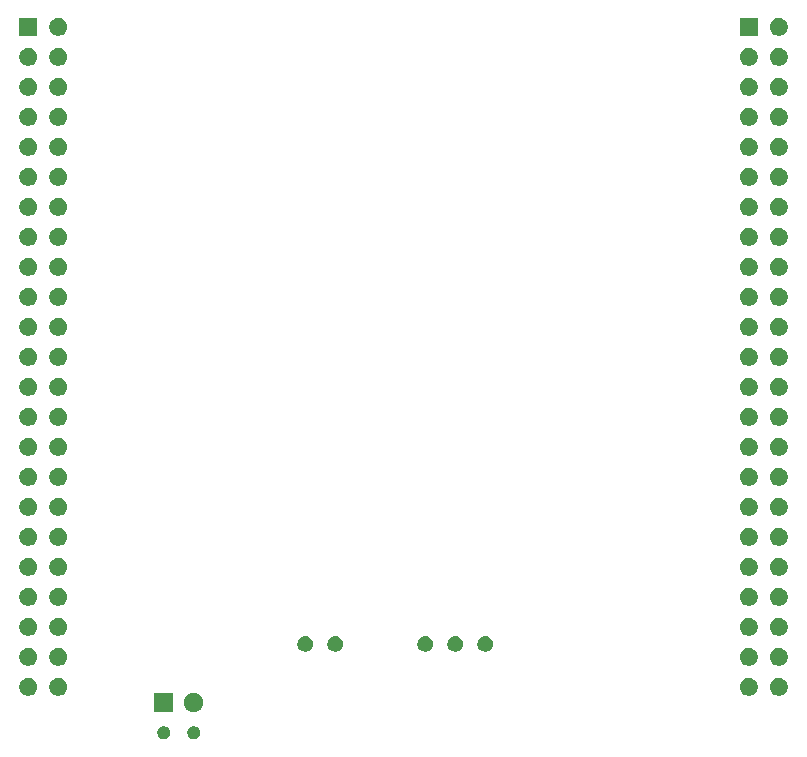
<source format=gbs>
%TF.GenerationSoftware,KiCad,Pcbnew,9.0.7-9.0.7~ubuntu24.04.1*%
%TF.CreationDate,2026-01-13T16:25:48+01:00*%
%TF.ProjectId,power,706f7765-722e-46b6-9963-61645f706362,1.0*%
%TF.SameCoordinates,Original*%
%TF.FileFunction,Soldermask,Bot*%
%TF.FilePolarity,Negative*%
%FSLAX46Y46*%
G04 Gerber Fmt 4.6, Leading zero omitted, Abs format (unit mm)*
G04 Created by KiCad (PCBNEW 9.0.7-9.0.7~ubuntu24.04.1) date 2026-01-13 16:25:48*
%MOMM*%
%LPD*%
G01*
G04 APERTURE LIST*
G04 APERTURE END LIST*
G36*
X130920476Y-111741866D02*
G01*
X131044819Y-111813656D01*
X131146344Y-111915181D01*
X131218134Y-112039524D01*
X131255295Y-112178211D01*
X131255295Y-112321789D01*
X131218134Y-112460476D01*
X131146344Y-112584819D01*
X131044819Y-112686344D01*
X130920476Y-112758134D01*
X130781789Y-112795295D01*
X130638211Y-112795295D01*
X130499524Y-112758134D01*
X130375181Y-112686344D01*
X130273656Y-112584819D01*
X130201866Y-112460476D01*
X130164705Y-112321789D01*
X130164705Y-112178211D01*
X130201866Y-112039524D01*
X130273656Y-111915181D01*
X130375181Y-111813656D01*
X130499524Y-111741866D01*
X130638211Y-111704705D01*
X130781789Y-111704705D01*
X130920476Y-111741866D01*
G37*
G36*
X133460476Y-111741866D02*
G01*
X133584819Y-111813656D01*
X133686344Y-111915181D01*
X133758134Y-112039524D01*
X133795295Y-112178211D01*
X133795295Y-112321789D01*
X133758134Y-112460476D01*
X133686344Y-112584819D01*
X133584819Y-112686344D01*
X133460476Y-112758134D01*
X133321789Y-112795295D01*
X133178211Y-112795295D01*
X133039524Y-112758134D01*
X132915181Y-112686344D01*
X132813656Y-112584819D01*
X132741866Y-112460476D01*
X132704705Y-112321789D01*
X132704705Y-112178211D01*
X132741866Y-112039524D01*
X132813656Y-111915181D01*
X132915181Y-111813656D01*
X133039524Y-111741866D01*
X133178211Y-111704705D01*
X133321789Y-111704705D01*
X133460476Y-111741866D01*
G37*
G36*
X131535000Y-110535000D02*
G01*
X129885000Y-110535000D01*
X129885000Y-108885000D01*
X131535000Y-108885000D01*
X131535000Y-110535000D01*
G37*
G36*
X133489485Y-108920524D02*
G01*
X133638902Y-108982415D01*
X133773374Y-109072266D01*
X133887734Y-109186626D01*
X133977585Y-109321098D01*
X134039476Y-109470515D01*
X134071027Y-109629136D01*
X134071027Y-109790864D01*
X134039476Y-109949485D01*
X133977585Y-110098902D01*
X133887734Y-110233374D01*
X133773374Y-110347734D01*
X133638902Y-110437585D01*
X133489485Y-110499476D01*
X133330864Y-110531027D01*
X133169136Y-110531027D01*
X133010515Y-110499476D01*
X132861098Y-110437585D01*
X132726626Y-110347734D01*
X132612266Y-110233374D01*
X132522415Y-110098902D01*
X132460524Y-109949485D01*
X132428973Y-109790864D01*
X132428973Y-109629136D01*
X132460524Y-109470515D01*
X132522415Y-109321098D01*
X132612266Y-109186626D01*
X132726626Y-109072266D01*
X132861098Y-108982415D01*
X133010515Y-108920524D01*
X133169136Y-108888973D01*
X133330864Y-108888973D01*
X133489485Y-108920524D01*
G37*
G36*
X119472068Y-107647941D02*
G01*
X119610619Y-107705330D01*
X119735311Y-107788647D01*
X119841353Y-107894689D01*
X119924670Y-108019381D01*
X119982059Y-108157932D01*
X120011316Y-108305017D01*
X120011316Y-108454983D01*
X119982059Y-108602068D01*
X119924670Y-108740619D01*
X119841353Y-108865311D01*
X119735311Y-108971353D01*
X119610619Y-109054670D01*
X119472068Y-109112059D01*
X119324983Y-109141316D01*
X119175017Y-109141316D01*
X119027932Y-109112059D01*
X118889381Y-109054670D01*
X118764689Y-108971353D01*
X118658647Y-108865311D01*
X118575330Y-108740619D01*
X118517941Y-108602068D01*
X118488684Y-108454983D01*
X118488684Y-108305017D01*
X118517941Y-108157932D01*
X118575330Y-108019381D01*
X118658647Y-107894689D01*
X118764689Y-107788647D01*
X118889381Y-107705330D01*
X119027932Y-107647941D01*
X119175017Y-107618684D01*
X119324983Y-107618684D01*
X119472068Y-107647941D01*
G37*
G36*
X122012068Y-107647941D02*
G01*
X122150619Y-107705330D01*
X122275311Y-107788647D01*
X122381353Y-107894689D01*
X122464670Y-108019381D01*
X122522059Y-108157932D01*
X122551316Y-108305017D01*
X122551316Y-108454983D01*
X122522059Y-108602068D01*
X122464670Y-108740619D01*
X122381353Y-108865311D01*
X122275311Y-108971353D01*
X122150619Y-109054670D01*
X122012068Y-109112059D01*
X121864983Y-109141316D01*
X121715017Y-109141316D01*
X121567932Y-109112059D01*
X121429381Y-109054670D01*
X121304689Y-108971353D01*
X121198647Y-108865311D01*
X121115330Y-108740619D01*
X121057941Y-108602068D01*
X121028684Y-108454983D01*
X121028684Y-108305017D01*
X121057941Y-108157932D01*
X121115330Y-108019381D01*
X121198647Y-107894689D01*
X121304689Y-107788647D01*
X121429381Y-107705330D01*
X121567932Y-107647941D01*
X121715017Y-107618684D01*
X121864983Y-107618684D01*
X122012068Y-107647941D01*
G37*
G36*
X180472068Y-107647941D02*
G01*
X180610619Y-107705330D01*
X180735311Y-107788647D01*
X180841353Y-107894689D01*
X180924670Y-108019381D01*
X180982059Y-108157932D01*
X181011316Y-108305017D01*
X181011316Y-108454983D01*
X180982059Y-108602068D01*
X180924670Y-108740619D01*
X180841353Y-108865311D01*
X180735311Y-108971353D01*
X180610619Y-109054670D01*
X180472068Y-109112059D01*
X180324983Y-109141316D01*
X180175017Y-109141316D01*
X180027932Y-109112059D01*
X179889381Y-109054670D01*
X179764689Y-108971353D01*
X179658647Y-108865311D01*
X179575330Y-108740619D01*
X179517941Y-108602068D01*
X179488684Y-108454983D01*
X179488684Y-108305017D01*
X179517941Y-108157932D01*
X179575330Y-108019381D01*
X179658647Y-107894689D01*
X179764689Y-107788647D01*
X179889381Y-107705330D01*
X180027932Y-107647941D01*
X180175017Y-107618684D01*
X180324983Y-107618684D01*
X180472068Y-107647941D01*
G37*
G36*
X183012068Y-107647941D02*
G01*
X183150619Y-107705330D01*
X183275311Y-107788647D01*
X183381353Y-107894689D01*
X183464670Y-108019381D01*
X183522059Y-108157932D01*
X183551316Y-108305017D01*
X183551316Y-108454983D01*
X183522059Y-108602068D01*
X183464670Y-108740619D01*
X183381353Y-108865311D01*
X183275311Y-108971353D01*
X183150619Y-109054670D01*
X183012068Y-109112059D01*
X182864983Y-109141316D01*
X182715017Y-109141316D01*
X182567932Y-109112059D01*
X182429381Y-109054670D01*
X182304689Y-108971353D01*
X182198647Y-108865311D01*
X182115330Y-108740619D01*
X182057941Y-108602068D01*
X182028684Y-108454983D01*
X182028684Y-108305017D01*
X182057941Y-108157932D01*
X182115330Y-108019381D01*
X182198647Y-107894689D01*
X182304689Y-107788647D01*
X182429381Y-107705330D01*
X182567932Y-107647941D01*
X182715017Y-107618684D01*
X182864983Y-107618684D01*
X183012068Y-107647941D01*
G37*
G36*
X119472068Y-105107941D02*
G01*
X119610619Y-105165330D01*
X119735311Y-105248647D01*
X119841353Y-105354689D01*
X119924670Y-105479381D01*
X119982059Y-105617932D01*
X120011316Y-105765017D01*
X120011316Y-105914983D01*
X119982059Y-106062068D01*
X119924670Y-106200619D01*
X119841353Y-106325311D01*
X119735311Y-106431353D01*
X119610619Y-106514670D01*
X119472068Y-106572059D01*
X119324983Y-106601316D01*
X119175017Y-106601316D01*
X119027932Y-106572059D01*
X118889381Y-106514670D01*
X118764689Y-106431353D01*
X118658647Y-106325311D01*
X118575330Y-106200619D01*
X118517941Y-106062068D01*
X118488684Y-105914983D01*
X118488684Y-105765017D01*
X118517941Y-105617932D01*
X118575330Y-105479381D01*
X118658647Y-105354689D01*
X118764689Y-105248647D01*
X118889381Y-105165330D01*
X119027932Y-105107941D01*
X119175017Y-105078684D01*
X119324983Y-105078684D01*
X119472068Y-105107941D01*
G37*
G36*
X122012068Y-105107941D02*
G01*
X122150619Y-105165330D01*
X122275311Y-105248647D01*
X122381353Y-105354689D01*
X122464670Y-105479381D01*
X122522059Y-105617932D01*
X122551316Y-105765017D01*
X122551316Y-105914983D01*
X122522059Y-106062068D01*
X122464670Y-106200619D01*
X122381353Y-106325311D01*
X122275311Y-106431353D01*
X122150619Y-106514670D01*
X122012068Y-106572059D01*
X121864983Y-106601316D01*
X121715017Y-106601316D01*
X121567932Y-106572059D01*
X121429381Y-106514670D01*
X121304689Y-106431353D01*
X121198647Y-106325311D01*
X121115330Y-106200619D01*
X121057941Y-106062068D01*
X121028684Y-105914983D01*
X121028684Y-105765017D01*
X121057941Y-105617932D01*
X121115330Y-105479381D01*
X121198647Y-105354689D01*
X121304689Y-105248647D01*
X121429381Y-105165330D01*
X121567932Y-105107941D01*
X121715017Y-105078684D01*
X121864983Y-105078684D01*
X122012068Y-105107941D01*
G37*
G36*
X180472068Y-105107941D02*
G01*
X180610619Y-105165330D01*
X180735311Y-105248647D01*
X180841353Y-105354689D01*
X180924670Y-105479381D01*
X180982059Y-105617932D01*
X181011316Y-105765017D01*
X181011316Y-105914983D01*
X180982059Y-106062068D01*
X180924670Y-106200619D01*
X180841353Y-106325311D01*
X180735311Y-106431353D01*
X180610619Y-106514670D01*
X180472068Y-106572059D01*
X180324983Y-106601316D01*
X180175017Y-106601316D01*
X180027932Y-106572059D01*
X179889381Y-106514670D01*
X179764689Y-106431353D01*
X179658647Y-106325311D01*
X179575330Y-106200619D01*
X179517941Y-106062068D01*
X179488684Y-105914983D01*
X179488684Y-105765017D01*
X179517941Y-105617932D01*
X179575330Y-105479381D01*
X179658647Y-105354689D01*
X179764689Y-105248647D01*
X179889381Y-105165330D01*
X180027932Y-105107941D01*
X180175017Y-105078684D01*
X180324983Y-105078684D01*
X180472068Y-105107941D01*
G37*
G36*
X183012068Y-105107941D02*
G01*
X183150619Y-105165330D01*
X183275311Y-105248647D01*
X183381353Y-105354689D01*
X183464670Y-105479381D01*
X183522059Y-105617932D01*
X183551316Y-105765017D01*
X183551316Y-105914983D01*
X183522059Y-106062068D01*
X183464670Y-106200619D01*
X183381353Y-106325311D01*
X183275311Y-106431353D01*
X183150619Y-106514670D01*
X183012068Y-106572059D01*
X182864983Y-106601316D01*
X182715017Y-106601316D01*
X182567932Y-106572059D01*
X182429381Y-106514670D01*
X182304689Y-106431353D01*
X182198647Y-106325311D01*
X182115330Y-106200619D01*
X182057941Y-106062068D01*
X182028684Y-105914983D01*
X182028684Y-105765017D01*
X182057941Y-105617932D01*
X182115330Y-105479381D01*
X182198647Y-105354689D01*
X182304689Y-105248647D01*
X182429381Y-105165330D01*
X182567932Y-105107941D01*
X182715017Y-105078684D01*
X182864983Y-105078684D01*
X183012068Y-105107941D01*
G37*
G36*
X142904055Y-104110285D02*
G01*
X143025129Y-104160436D01*
X143134092Y-104233243D01*
X143226757Y-104325908D01*
X143299564Y-104434871D01*
X143349715Y-104555945D01*
X143375281Y-104684476D01*
X143375281Y-104815524D01*
X143349715Y-104944055D01*
X143299564Y-105065129D01*
X143226757Y-105174092D01*
X143134092Y-105266757D01*
X143025129Y-105339564D01*
X142904055Y-105389715D01*
X142775524Y-105415281D01*
X142644476Y-105415281D01*
X142515945Y-105389715D01*
X142394871Y-105339564D01*
X142285908Y-105266757D01*
X142193243Y-105174092D01*
X142120436Y-105065129D01*
X142070285Y-104944055D01*
X142044719Y-104815524D01*
X142044719Y-104684476D01*
X142070285Y-104555945D01*
X142120436Y-104434871D01*
X142193243Y-104325908D01*
X142285908Y-104233243D01*
X142394871Y-104160436D01*
X142515945Y-104110285D01*
X142644476Y-104084719D01*
X142775524Y-104084719D01*
X142904055Y-104110285D01*
G37*
G36*
X145444055Y-104110285D02*
G01*
X145565129Y-104160436D01*
X145674092Y-104233243D01*
X145766757Y-104325908D01*
X145839564Y-104434871D01*
X145889715Y-104555945D01*
X145915281Y-104684476D01*
X145915281Y-104815524D01*
X145889715Y-104944055D01*
X145839564Y-105065129D01*
X145766757Y-105174092D01*
X145674092Y-105266757D01*
X145565129Y-105339564D01*
X145444055Y-105389715D01*
X145315524Y-105415281D01*
X145184476Y-105415281D01*
X145055945Y-105389715D01*
X144934871Y-105339564D01*
X144825908Y-105266757D01*
X144733243Y-105174092D01*
X144660436Y-105065129D01*
X144610285Y-104944055D01*
X144584719Y-104815524D01*
X144584719Y-104684476D01*
X144610285Y-104555945D01*
X144660436Y-104434871D01*
X144733243Y-104325908D01*
X144825908Y-104233243D01*
X144934871Y-104160436D01*
X145055945Y-104110285D01*
X145184476Y-104084719D01*
X145315524Y-104084719D01*
X145444055Y-104110285D01*
G37*
G36*
X153064055Y-104110285D02*
G01*
X153185129Y-104160436D01*
X153294092Y-104233243D01*
X153386757Y-104325908D01*
X153459564Y-104434871D01*
X153509715Y-104555945D01*
X153535281Y-104684476D01*
X153535281Y-104815524D01*
X153509715Y-104944055D01*
X153459564Y-105065129D01*
X153386757Y-105174092D01*
X153294092Y-105266757D01*
X153185129Y-105339564D01*
X153064055Y-105389715D01*
X152935524Y-105415281D01*
X152804476Y-105415281D01*
X152675945Y-105389715D01*
X152554871Y-105339564D01*
X152445908Y-105266757D01*
X152353243Y-105174092D01*
X152280436Y-105065129D01*
X152230285Y-104944055D01*
X152204719Y-104815524D01*
X152204719Y-104684476D01*
X152230285Y-104555945D01*
X152280436Y-104434871D01*
X152353243Y-104325908D01*
X152445908Y-104233243D01*
X152554871Y-104160436D01*
X152675945Y-104110285D01*
X152804476Y-104084719D01*
X152935524Y-104084719D01*
X153064055Y-104110285D01*
G37*
G36*
X155604055Y-104110285D02*
G01*
X155725129Y-104160436D01*
X155834092Y-104233243D01*
X155926757Y-104325908D01*
X155999564Y-104434871D01*
X156049715Y-104555945D01*
X156075281Y-104684476D01*
X156075281Y-104815524D01*
X156049715Y-104944055D01*
X155999564Y-105065129D01*
X155926757Y-105174092D01*
X155834092Y-105266757D01*
X155725129Y-105339564D01*
X155604055Y-105389715D01*
X155475524Y-105415281D01*
X155344476Y-105415281D01*
X155215945Y-105389715D01*
X155094871Y-105339564D01*
X154985908Y-105266757D01*
X154893243Y-105174092D01*
X154820436Y-105065129D01*
X154770285Y-104944055D01*
X154744719Y-104815524D01*
X154744719Y-104684476D01*
X154770285Y-104555945D01*
X154820436Y-104434871D01*
X154893243Y-104325908D01*
X154985908Y-104233243D01*
X155094871Y-104160436D01*
X155215945Y-104110285D01*
X155344476Y-104084719D01*
X155475524Y-104084719D01*
X155604055Y-104110285D01*
G37*
G36*
X158144055Y-104110285D02*
G01*
X158265129Y-104160436D01*
X158374092Y-104233243D01*
X158466757Y-104325908D01*
X158539564Y-104434871D01*
X158589715Y-104555945D01*
X158615281Y-104684476D01*
X158615281Y-104815524D01*
X158589715Y-104944055D01*
X158539564Y-105065129D01*
X158466757Y-105174092D01*
X158374092Y-105266757D01*
X158265129Y-105339564D01*
X158144055Y-105389715D01*
X158015524Y-105415281D01*
X157884476Y-105415281D01*
X157755945Y-105389715D01*
X157634871Y-105339564D01*
X157525908Y-105266757D01*
X157433243Y-105174092D01*
X157360436Y-105065129D01*
X157310285Y-104944055D01*
X157284719Y-104815524D01*
X157284719Y-104684476D01*
X157310285Y-104555945D01*
X157360436Y-104434871D01*
X157433243Y-104325908D01*
X157525908Y-104233243D01*
X157634871Y-104160436D01*
X157755945Y-104110285D01*
X157884476Y-104084719D01*
X158015524Y-104084719D01*
X158144055Y-104110285D01*
G37*
G36*
X119472068Y-102567941D02*
G01*
X119610619Y-102625330D01*
X119735311Y-102708647D01*
X119841353Y-102814689D01*
X119924670Y-102939381D01*
X119982059Y-103077932D01*
X120011316Y-103225017D01*
X120011316Y-103374983D01*
X119982059Y-103522068D01*
X119924670Y-103660619D01*
X119841353Y-103785311D01*
X119735311Y-103891353D01*
X119610619Y-103974670D01*
X119472068Y-104032059D01*
X119324983Y-104061316D01*
X119175017Y-104061316D01*
X119027932Y-104032059D01*
X118889381Y-103974670D01*
X118764689Y-103891353D01*
X118658647Y-103785311D01*
X118575330Y-103660619D01*
X118517941Y-103522068D01*
X118488684Y-103374983D01*
X118488684Y-103225017D01*
X118517941Y-103077932D01*
X118575330Y-102939381D01*
X118658647Y-102814689D01*
X118764689Y-102708647D01*
X118889381Y-102625330D01*
X119027932Y-102567941D01*
X119175017Y-102538684D01*
X119324983Y-102538684D01*
X119472068Y-102567941D01*
G37*
G36*
X122012068Y-102567941D02*
G01*
X122150619Y-102625330D01*
X122275311Y-102708647D01*
X122381353Y-102814689D01*
X122464670Y-102939381D01*
X122522059Y-103077932D01*
X122551316Y-103225017D01*
X122551316Y-103374983D01*
X122522059Y-103522068D01*
X122464670Y-103660619D01*
X122381353Y-103785311D01*
X122275311Y-103891353D01*
X122150619Y-103974670D01*
X122012068Y-104032059D01*
X121864983Y-104061316D01*
X121715017Y-104061316D01*
X121567932Y-104032059D01*
X121429381Y-103974670D01*
X121304689Y-103891353D01*
X121198647Y-103785311D01*
X121115330Y-103660619D01*
X121057941Y-103522068D01*
X121028684Y-103374983D01*
X121028684Y-103225017D01*
X121057941Y-103077932D01*
X121115330Y-102939381D01*
X121198647Y-102814689D01*
X121304689Y-102708647D01*
X121429381Y-102625330D01*
X121567932Y-102567941D01*
X121715017Y-102538684D01*
X121864983Y-102538684D01*
X122012068Y-102567941D01*
G37*
G36*
X180472068Y-102567941D02*
G01*
X180610619Y-102625330D01*
X180735311Y-102708647D01*
X180841353Y-102814689D01*
X180924670Y-102939381D01*
X180982059Y-103077932D01*
X181011316Y-103225017D01*
X181011316Y-103374983D01*
X180982059Y-103522068D01*
X180924670Y-103660619D01*
X180841353Y-103785311D01*
X180735311Y-103891353D01*
X180610619Y-103974670D01*
X180472068Y-104032059D01*
X180324983Y-104061316D01*
X180175017Y-104061316D01*
X180027932Y-104032059D01*
X179889381Y-103974670D01*
X179764689Y-103891353D01*
X179658647Y-103785311D01*
X179575330Y-103660619D01*
X179517941Y-103522068D01*
X179488684Y-103374983D01*
X179488684Y-103225017D01*
X179517941Y-103077932D01*
X179575330Y-102939381D01*
X179658647Y-102814689D01*
X179764689Y-102708647D01*
X179889381Y-102625330D01*
X180027932Y-102567941D01*
X180175017Y-102538684D01*
X180324983Y-102538684D01*
X180472068Y-102567941D01*
G37*
G36*
X183012068Y-102567941D02*
G01*
X183150619Y-102625330D01*
X183275311Y-102708647D01*
X183381353Y-102814689D01*
X183464670Y-102939381D01*
X183522059Y-103077932D01*
X183551316Y-103225017D01*
X183551316Y-103374983D01*
X183522059Y-103522068D01*
X183464670Y-103660619D01*
X183381353Y-103785311D01*
X183275311Y-103891353D01*
X183150619Y-103974670D01*
X183012068Y-104032059D01*
X182864983Y-104061316D01*
X182715017Y-104061316D01*
X182567932Y-104032059D01*
X182429381Y-103974670D01*
X182304689Y-103891353D01*
X182198647Y-103785311D01*
X182115330Y-103660619D01*
X182057941Y-103522068D01*
X182028684Y-103374983D01*
X182028684Y-103225017D01*
X182057941Y-103077932D01*
X182115330Y-102939381D01*
X182198647Y-102814689D01*
X182304689Y-102708647D01*
X182429381Y-102625330D01*
X182567932Y-102567941D01*
X182715017Y-102538684D01*
X182864983Y-102538684D01*
X183012068Y-102567941D01*
G37*
G36*
X119472068Y-100027941D02*
G01*
X119610619Y-100085330D01*
X119735311Y-100168647D01*
X119841353Y-100274689D01*
X119924670Y-100399381D01*
X119982059Y-100537932D01*
X120011316Y-100685017D01*
X120011316Y-100834983D01*
X119982059Y-100982068D01*
X119924670Y-101120619D01*
X119841353Y-101245311D01*
X119735311Y-101351353D01*
X119610619Y-101434670D01*
X119472068Y-101492059D01*
X119324983Y-101521316D01*
X119175017Y-101521316D01*
X119027932Y-101492059D01*
X118889381Y-101434670D01*
X118764689Y-101351353D01*
X118658647Y-101245311D01*
X118575330Y-101120619D01*
X118517941Y-100982068D01*
X118488684Y-100834983D01*
X118488684Y-100685017D01*
X118517941Y-100537932D01*
X118575330Y-100399381D01*
X118658647Y-100274689D01*
X118764689Y-100168647D01*
X118889381Y-100085330D01*
X119027932Y-100027941D01*
X119175017Y-99998684D01*
X119324983Y-99998684D01*
X119472068Y-100027941D01*
G37*
G36*
X122012068Y-100027941D02*
G01*
X122150619Y-100085330D01*
X122275311Y-100168647D01*
X122381353Y-100274689D01*
X122464670Y-100399381D01*
X122522059Y-100537932D01*
X122551316Y-100685017D01*
X122551316Y-100834983D01*
X122522059Y-100982068D01*
X122464670Y-101120619D01*
X122381353Y-101245311D01*
X122275311Y-101351353D01*
X122150619Y-101434670D01*
X122012068Y-101492059D01*
X121864983Y-101521316D01*
X121715017Y-101521316D01*
X121567932Y-101492059D01*
X121429381Y-101434670D01*
X121304689Y-101351353D01*
X121198647Y-101245311D01*
X121115330Y-101120619D01*
X121057941Y-100982068D01*
X121028684Y-100834983D01*
X121028684Y-100685017D01*
X121057941Y-100537932D01*
X121115330Y-100399381D01*
X121198647Y-100274689D01*
X121304689Y-100168647D01*
X121429381Y-100085330D01*
X121567932Y-100027941D01*
X121715017Y-99998684D01*
X121864983Y-99998684D01*
X122012068Y-100027941D01*
G37*
G36*
X180472068Y-100027941D02*
G01*
X180610619Y-100085330D01*
X180735311Y-100168647D01*
X180841353Y-100274689D01*
X180924670Y-100399381D01*
X180982059Y-100537932D01*
X181011316Y-100685017D01*
X181011316Y-100834983D01*
X180982059Y-100982068D01*
X180924670Y-101120619D01*
X180841353Y-101245311D01*
X180735311Y-101351353D01*
X180610619Y-101434670D01*
X180472068Y-101492059D01*
X180324983Y-101521316D01*
X180175017Y-101521316D01*
X180027932Y-101492059D01*
X179889381Y-101434670D01*
X179764689Y-101351353D01*
X179658647Y-101245311D01*
X179575330Y-101120619D01*
X179517941Y-100982068D01*
X179488684Y-100834983D01*
X179488684Y-100685017D01*
X179517941Y-100537932D01*
X179575330Y-100399381D01*
X179658647Y-100274689D01*
X179764689Y-100168647D01*
X179889381Y-100085330D01*
X180027932Y-100027941D01*
X180175017Y-99998684D01*
X180324983Y-99998684D01*
X180472068Y-100027941D01*
G37*
G36*
X183012068Y-100027941D02*
G01*
X183150619Y-100085330D01*
X183275311Y-100168647D01*
X183381353Y-100274689D01*
X183464670Y-100399381D01*
X183522059Y-100537932D01*
X183551316Y-100685017D01*
X183551316Y-100834983D01*
X183522059Y-100982068D01*
X183464670Y-101120619D01*
X183381353Y-101245311D01*
X183275311Y-101351353D01*
X183150619Y-101434670D01*
X183012068Y-101492059D01*
X182864983Y-101521316D01*
X182715017Y-101521316D01*
X182567932Y-101492059D01*
X182429381Y-101434670D01*
X182304689Y-101351353D01*
X182198647Y-101245311D01*
X182115330Y-101120619D01*
X182057941Y-100982068D01*
X182028684Y-100834983D01*
X182028684Y-100685017D01*
X182057941Y-100537932D01*
X182115330Y-100399381D01*
X182198647Y-100274689D01*
X182304689Y-100168647D01*
X182429381Y-100085330D01*
X182567932Y-100027941D01*
X182715017Y-99998684D01*
X182864983Y-99998684D01*
X183012068Y-100027941D01*
G37*
G36*
X119472068Y-97487941D02*
G01*
X119610619Y-97545330D01*
X119735311Y-97628647D01*
X119841353Y-97734689D01*
X119924670Y-97859381D01*
X119982059Y-97997932D01*
X120011316Y-98145017D01*
X120011316Y-98294983D01*
X119982059Y-98442068D01*
X119924670Y-98580619D01*
X119841353Y-98705311D01*
X119735311Y-98811353D01*
X119610619Y-98894670D01*
X119472068Y-98952059D01*
X119324983Y-98981316D01*
X119175017Y-98981316D01*
X119027932Y-98952059D01*
X118889381Y-98894670D01*
X118764689Y-98811353D01*
X118658647Y-98705311D01*
X118575330Y-98580619D01*
X118517941Y-98442068D01*
X118488684Y-98294983D01*
X118488684Y-98145017D01*
X118517941Y-97997932D01*
X118575330Y-97859381D01*
X118658647Y-97734689D01*
X118764689Y-97628647D01*
X118889381Y-97545330D01*
X119027932Y-97487941D01*
X119175017Y-97458684D01*
X119324983Y-97458684D01*
X119472068Y-97487941D01*
G37*
G36*
X122012068Y-97487941D02*
G01*
X122150619Y-97545330D01*
X122275311Y-97628647D01*
X122381353Y-97734689D01*
X122464670Y-97859381D01*
X122522059Y-97997932D01*
X122551316Y-98145017D01*
X122551316Y-98294983D01*
X122522059Y-98442068D01*
X122464670Y-98580619D01*
X122381353Y-98705311D01*
X122275311Y-98811353D01*
X122150619Y-98894670D01*
X122012068Y-98952059D01*
X121864983Y-98981316D01*
X121715017Y-98981316D01*
X121567932Y-98952059D01*
X121429381Y-98894670D01*
X121304689Y-98811353D01*
X121198647Y-98705311D01*
X121115330Y-98580619D01*
X121057941Y-98442068D01*
X121028684Y-98294983D01*
X121028684Y-98145017D01*
X121057941Y-97997932D01*
X121115330Y-97859381D01*
X121198647Y-97734689D01*
X121304689Y-97628647D01*
X121429381Y-97545330D01*
X121567932Y-97487941D01*
X121715017Y-97458684D01*
X121864983Y-97458684D01*
X122012068Y-97487941D01*
G37*
G36*
X180472068Y-97487941D02*
G01*
X180610619Y-97545330D01*
X180735311Y-97628647D01*
X180841353Y-97734689D01*
X180924670Y-97859381D01*
X180982059Y-97997932D01*
X181011316Y-98145017D01*
X181011316Y-98294983D01*
X180982059Y-98442068D01*
X180924670Y-98580619D01*
X180841353Y-98705311D01*
X180735311Y-98811353D01*
X180610619Y-98894670D01*
X180472068Y-98952059D01*
X180324983Y-98981316D01*
X180175017Y-98981316D01*
X180027932Y-98952059D01*
X179889381Y-98894670D01*
X179764689Y-98811353D01*
X179658647Y-98705311D01*
X179575330Y-98580619D01*
X179517941Y-98442068D01*
X179488684Y-98294983D01*
X179488684Y-98145017D01*
X179517941Y-97997932D01*
X179575330Y-97859381D01*
X179658647Y-97734689D01*
X179764689Y-97628647D01*
X179889381Y-97545330D01*
X180027932Y-97487941D01*
X180175017Y-97458684D01*
X180324983Y-97458684D01*
X180472068Y-97487941D01*
G37*
G36*
X183012068Y-97487941D02*
G01*
X183150619Y-97545330D01*
X183275311Y-97628647D01*
X183381353Y-97734689D01*
X183464670Y-97859381D01*
X183522059Y-97997932D01*
X183551316Y-98145017D01*
X183551316Y-98294983D01*
X183522059Y-98442068D01*
X183464670Y-98580619D01*
X183381353Y-98705311D01*
X183275311Y-98811353D01*
X183150619Y-98894670D01*
X183012068Y-98952059D01*
X182864983Y-98981316D01*
X182715017Y-98981316D01*
X182567932Y-98952059D01*
X182429381Y-98894670D01*
X182304689Y-98811353D01*
X182198647Y-98705311D01*
X182115330Y-98580619D01*
X182057941Y-98442068D01*
X182028684Y-98294983D01*
X182028684Y-98145017D01*
X182057941Y-97997932D01*
X182115330Y-97859381D01*
X182198647Y-97734689D01*
X182304689Y-97628647D01*
X182429381Y-97545330D01*
X182567932Y-97487941D01*
X182715017Y-97458684D01*
X182864983Y-97458684D01*
X183012068Y-97487941D01*
G37*
G36*
X119472068Y-94947941D02*
G01*
X119610619Y-95005330D01*
X119735311Y-95088647D01*
X119841353Y-95194689D01*
X119924670Y-95319381D01*
X119982059Y-95457932D01*
X120011316Y-95605017D01*
X120011316Y-95754983D01*
X119982059Y-95902068D01*
X119924670Y-96040619D01*
X119841353Y-96165311D01*
X119735311Y-96271353D01*
X119610619Y-96354670D01*
X119472068Y-96412059D01*
X119324983Y-96441316D01*
X119175017Y-96441316D01*
X119027932Y-96412059D01*
X118889381Y-96354670D01*
X118764689Y-96271353D01*
X118658647Y-96165311D01*
X118575330Y-96040619D01*
X118517941Y-95902068D01*
X118488684Y-95754983D01*
X118488684Y-95605017D01*
X118517941Y-95457932D01*
X118575330Y-95319381D01*
X118658647Y-95194689D01*
X118764689Y-95088647D01*
X118889381Y-95005330D01*
X119027932Y-94947941D01*
X119175017Y-94918684D01*
X119324983Y-94918684D01*
X119472068Y-94947941D01*
G37*
G36*
X122012068Y-94947941D02*
G01*
X122150619Y-95005330D01*
X122275311Y-95088647D01*
X122381353Y-95194689D01*
X122464670Y-95319381D01*
X122522059Y-95457932D01*
X122551316Y-95605017D01*
X122551316Y-95754983D01*
X122522059Y-95902068D01*
X122464670Y-96040619D01*
X122381353Y-96165311D01*
X122275311Y-96271353D01*
X122150619Y-96354670D01*
X122012068Y-96412059D01*
X121864983Y-96441316D01*
X121715017Y-96441316D01*
X121567932Y-96412059D01*
X121429381Y-96354670D01*
X121304689Y-96271353D01*
X121198647Y-96165311D01*
X121115330Y-96040619D01*
X121057941Y-95902068D01*
X121028684Y-95754983D01*
X121028684Y-95605017D01*
X121057941Y-95457932D01*
X121115330Y-95319381D01*
X121198647Y-95194689D01*
X121304689Y-95088647D01*
X121429381Y-95005330D01*
X121567932Y-94947941D01*
X121715017Y-94918684D01*
X121864983Y-94918684D01*
X122012068Y-94947941D01*
G37*
G36*
X180472068Y-94947941D02*
G01*
X180610619Y-95005330D01*
X180735311Y-95088647D01*
X180841353Y-95194689D01*
X180924670Y-95319381D01*
X180982059Y-95457932D01*
X181011316Y-95605017D01*
X181011316Y-95754983D01*
X180982059Y-95902068D01*
X180924670Y-96040619D01*
X180841353Y-96165311D01*
X180735311Y-96271353D01*
X180610619Y-96354670D01*
X180472068Y-96412059D01*
X180324983Y-96441316D01*
X180175017Y-96441316D01*
X180027932Y-96412059D01*
X179889381Y-96354670D01*
X179764689Y-96271353D01*
X179658647Y-96165311D01*
X179575330Y-96040619D01*
X179517941Y-95902068D01*
X179488684Y-95754983D01*
X179488684Y-95605017D01*
X179517941Y-95457932D01*
X179575330Y-95319381D01*
X179658647Y-95194689D01*
X179764689Y-95088647D01*
X179889381Y-95005330D01*
X180027932Y-94947941D01*
X180175017Y-94918684D01*
X180324983Y-94918684D01*
X180472068Y-94947941D01*
G37*
G36*
X183012068Y-94947941D02*
G01*
X183150619Y-95005330D01*
X183275311Y-95088647D01*
X183381353Y-95194689D01*
X183464670Y-95319381D01*
X183522059Y-95457932D01*
X183551316Y-95605017D01*
X183551316Y-95754983D01*
X183522059Y-95902068D01*
X183464670Y-96040619D01*
X183381353Y-96165311D01*
X183275311Y-96271353D01*
X183150619Y-96354670D01*
X183012068Y-96412059D01*
X182864983Y-96441316D01*
X182715017Y-96441316D01*
X182567932Y-96412059D01*
X182429381Y-96354670D01*
X182304689Y-96271353D01*
X182198647Y-96165311D01*
X182115330Y-96040619D01*
X182057941Y-95902068D01*
X182028684Y-95754983D01*
X182028684Y-95605017D01*
X182057941Y-95457932D01*
X182115330Y-95319381D01*
X182198647Y-95194689D01*
X182304689Y-95088647D01*
X182429381Y-95005330D01*
X182567932Y-94947941D01*
X182715017Y-94918684D01*
X182864983Y-94918684D01*
X183012068Y-94947941D01*
G37*
G36*
X119472068Y-92407941D02*
G01*
X119610619Y-92465330D01*
X119735311Y-92548647D01*
X119841353Y-92654689D01*
X119924670Y-92779381D01*
X119982059Y-92917932D01*
X120011316Y-93065017D01*
X120011316Y-93214983D01*
X119982059Y-93362068D01*
X119924670Y-93500619D01*
X119841353Y-93625311D01*
X119735311Y-93731353D01*
X119610619Y-93814670D01*
X119472068Y-93872059D01*
X119324983Y-93901316D01*
X119175017Y-93901316D01*
X119027932Y-93872059D01*
X118889381Y-93814670D01*
X118764689Y-93731353D01*
X118658647Y-93625311D01*
X118575330Y-93500619D01*
X118517941Y-93362068D01*
X118488684Y-93214983D01*
X118488684Y-93065017D01*
X118517941Y-92917932D01*
X118575330Y-92779381D01*
X118658647Y-92654689D01*
X118764689Y-92548647D01*
X118889381Y-92465330D01*
X119027932Y-92407941D01*
X119175017Y-92378684D01*
X119324983Y-92378684D01*
X119472068Y-92407941D01*
G37*
G36*
X122012068Y-92407941D02*
G01*
X122150619Y-92465330D01*
X122275311Y-92548647D01*
X122381353Y-92654689D01*
X122464670Y-92779381D01*
X122522059Y-92917932D01*
X122551316Y-93065017D01*
X122551316Y-93214983D01*
X122522059Y-93362068D01*
X122464670Y-93500619D01*
X122381353Y-93625311D01*
X122275311Y-93731353D01*
X122150619Y-93814670D01*
X122012068Y-93872059D01*
X121864983Y-93901316D01*
X121715017Y-93901316D01*
X121567932Y-93872059D01*
X121429381Y-93814670D01*
X121304689Y-93731353D01*
X121198647Y-93625311D01*
X121115330Y-93500619D01*
X121057941Y-93362068D01*
X121028684Y-93214983D01*
X121028684Y-93065017D01*
X121057941Y-92917932D01*
X121115330Y-92779381D01*
X121198647Y-92654689D01*
X121304689Y-92548647D01*
X121429381Y-92465330D01*
X121567932Y-92407941D01*
X121715017Y-92378684D01*
X121864983Y-92378684D01*
X122012068Y-92407941D01*
G37*
G36*
X180472068Y-92407941D02*
G01*
X180610619Y-92465330D01*
X180735311Y-92548647D01*
X180841353Y-92654689D01*
X180924670Y-92779381D01*
X180982059Y-92917932D01*
X181011316Y-93065017D01*
X181011316Y-93214983D01*
X180982059Y-93362068D01*
X180924670Y-93500619D01*
X180841353Y-93625311D01*
X180735311Y-93731353D01*
X180610619Y-93814670D01*
X180472068Y-93872059D01*
X180324983Y-93901316D01*
X180175017Y-93901316D01*
X180027932Y-93872059D01*
X179889381Y-93814670D01*
X179764689Y-93731353D01*
X179658647Y-93625311D01*
X179575330Y-93500619D01*
X179517941Y-93362068D01*
X179488684Y-93214983D01*
X179488684Y-93065017D01*
X179517941Y-92917932D01*
X179575330Y-92779381D01*
X179658647Y-92654689D01*
X179764689Y-92548647D01*
X179889381Y-92465330D01*
X180027932Y-92407941D01*
X180175017Y-92378684D01*
X180324983Y-92378684D01*
X180472068Y-92407941D01*
G37*
G36*
X183012068Y-92407941D02*
G01*
X183150619Y-92465330D01*
X183275311Y-92548647D01*
X183381353Y-92654689D01*
X183464670Y-92779381D01*
X183522059Y-92917932D01*
X183551316Y-93065017D01*
X183551316Y-93214983D01*
X183522059Y-93362068D01*
X183464670Y-93500619D01*
X183381353Y-93625311D01*
X183275311Y-93731353D01*
X183150619Y-93814670D01*
X183012068Y-93872059D01*
X182864983Y-93901316D01*
X182715017Y-93901316D01*
X182567932Y-93872059D01*
X182429381Y-93814670D01*
X182304689Y-93731353D01*
X182198647Y-93625311D01*
X182115330Y-93500619D01*
X182057941Y-93362068D01*
X182028684Y-93214983D01*
X182028684Y-93065017D01*
X182057941Y-92917932D01*
X182115330Y-92779381D01*
X182198647Y-92654689D01*
X182304689Y-92548647D01*
X182429381Y-92465330D01*
X182567932Y-92407941D01*
X182715017Y-92378684D01*
X182864983Y-92378684D01*
X183012068Y-92407941D01*
G37*
G36*
X119472068Y-89867941D02*
G01*
X119610619Y-89925330D01*
X119735311Y-90008647D01*
X119841353Y-90114689D01*
X119924670Y-90239381D01*
X119982059Y-90377932D01*
X120011316Y-90525017D01*
X120011316Y-90674983D01*
X119982059Y-90822068D01*
X119924670Y-90960619D01*
X119841353Y-91085311D01*
X119735311Y-91191353D01*
X119610619Y-91274670D01*
X119472068Y-91332059D01*
X119324983Y-91361316D01*
X119175017Y-91361316D01*
X119027932Y-91332059D01*
X118889381Y-91274670D01*
X118764689Y-91191353D01*
X118658647Y-91085311D01*
X118575330Y-90960619D01*
X118517941Y-90822068D01*
X118488684Y-90674983D01*
X118488684Y-90525017D01*
X118517941Y-90377932D01*
X118575330Y-90239381D01*
X118658647Y-90114689D01*
X118764689Y-90008647D01*
X118889381Y-89925330D01*
X119027932Y-89867941D01*
X119175017Y-89838684D01*
X119324983Y-89838684D01*
X119472068Y-89867941D01*
G37*
G36*
X122012068Y-89867941D02*
G01*
X122150619Y-89925330D01*
X122275311Y-90008647D01*
X122381353Y-90114689D01*
X122464670Y-90239381D01*
X122522059Y-90377932D01*
X122551316Y-90525017D01*
X122551316Y-90674983D01*
X122522059Y-90822068D01*
X122464670Y-90960619D01*
X122381353Y-91085311D01*
X122275311Y-91191353D01*
X122150619Y-91274670D01*
X122012068Y-91332059D01*
X121864983Y-91361316D01*
X121715017Y-91361316D01*
X121567932Y-91332059D01*
X121429381Y-91274670D01*
X121304689Y-91191353D01*
X121198647Y-91085311D01*
X121115330Y-90960619D01*
X121057941Y-90822068D01*
X121028684Y-90674983D01*
X121028684Y-90525017D01*
X121057941Y-90377932D01*
X121115330Y-90239381D01*
X121198647Y-90114689D01*
X121304689Y-90008647D01*
X121429381Y-89925330D01*
X121567932Y-89867941D01*
X121715017Y-89838684D01*
X121864983Y-89838684D01*
X122012068Y-89867941D01*
G37*
G36*
X180472068Y-89867941D02*
G01*
X180610619Y-89925330D01*
X180735311Y-90008647D01*
X180841353Y-90114689D01*
X180924670Y-90239381D01*
X180982059Y-90377932D01*
X181011316Y-90525017D01*
X181011316Y-90674983D01*
X180982059Y-90822068D01*
X180924670Y-90960619D01*
X180841353Y-91085311D01*
X180735311Y-91191353D01*
X180610619Y-91274670D01*
X180472068Y-91332059D01*
X180324983Y-91361316D01*
X180175017Y-91361316D01*
X180027932Y-91332059D01*
X179889381Y-91274670D01*
X179764689Y-91191353D01*
X179658647Y-91085311D01*
X179575330Y-90960619D01*
X179517941Y-90822068D01*
X179488684Y-90674983D01*
X179488684Y-90525017D01*
X179517941Y-90377932D01*
X179575330Y-90239381D01*
X179658647Y-90114689D01*
X179764689Y-90008647D01*
X179889381Y-89925330D01*
X180027932Y-89867941D01*
X180175017Y-89838684D01*
X180324983Y-89838684D01*
X180472068Y-89867941D01*
G37*
G36*
X183012068Y-89867941D02*
G01*
X183150619Y-89925330D01*
X183275311Y-90008647D01*
X183381353Y-90114689D01*
X183464670Y-90239381D01*
X183522059Y-90377932D01*
X183551316Y-90525017D01*
X183551316Y-90674983D01*
X183522059Y-90822068D01*
X183464670Y-90960619D01*
X183381353Y-91085311D01*
X183275311Y-91191353D01*
X183150619Y-91274670D01*
X183012068Y-91332059D01*
X182864983Y-91361316D01*
X182715017Y-91361316D01*
X182567932Y-91332059D01*
X182429381Y-91274670D01*
X182304689Y-91191353D01*
X182198647Y-91085311D01*
X182115330Y-90960619D01*
X182057941Y-90822068D01*
X182028684Y-90674983D01*
X182028684Y-90525017D01*
X182057941Y-90377932D01*
X182115330Y-90239381D01*
X182198647Y-90114689D01*
X182304689Y-90008647D01*
X182429381Y-89925330D01*
X182567932Y-89867941D01*
X182715017Y-89838684D01*
X182864983Y-89838684D01*
X183012068Y-89867941D01*
G37*
G36*
X119472068Y-87327941D02*
G01*
X119610619Y-87385330D01*
X119735311Y-87468647D01*
X119841353Y-87574689D01*
X119924670Y-87699381D01*
X119982059Y-87837932D01*
X120011316Y-87985017D01*
X120011316Y-88134983D01*
X119982059Y-88282068D01*
X119924670Y-88420619D01*
X119841353Y-88545311D01*
X119735311Y-88651353D01*
X119610619Y-88734670D01*
X119472068Y-88792059D01*
X119324983Y-88821316D01*
X119175017Y-88821316D01*
X119027932Y-88792059D01*
X118889381Y-88734670D01*
X118764689Y-88651353D01*
X118658647Y-88545311D01*
X118575330Y-88420619D01*
X118517941Y-88282068D01*
X118488684Y-88134983D01*
X118488684Y-87985017D01*
X118517941Y-87837932D01*
X118575330Y-87699381D01*
X118658647Y-87574689D01*
X118764689Y-87468647D01*
X118889381Y-87385330D01*
X119027932Y-87327941D01*
X119175017Y-87298684D01*
X119324983Y-87298684D01*
X119472068Y-87327941D01*
G37*
G36*
X122012068Y-87327941D02*
G01*
X122150619Y-87385330D01*
X122275311Y-87468647D01*
X122381353Y-87574689D01*
X122464670Y-87699381D01*
X122522059Y-87837932D01*
X122551316Y-87985017D01*
X122551316Y-88134983D01*
X122522059Y-88282068D01*
X122464670Y-88420619D01*
X122381353Y-88545311D01*
X122275311Y-88651353D01*
X122150619Y-88734670D01*
X122012068Y-88792059D01*
X121864983Y-88821316D01*
X121715017Y-88821316D01*
X121567932Y-88792059D01*
X121429381Y-88734670D01*
X121304689Y-88651353D01*
X121198647Y-88545311D01*
X121115330Y-88420619D01*
X121057941Y-88282068D01*
X121028684Y-88134983D01*
X121028684Y-87985017D01*
X121057941Y-87837932D01*
X121115330Y-87699381D01*
X121198647Y-87574689D01*
X121304689Y-87468647D01*
X121429381Y-87385330D01*
X121567932Y-87327941D01*
X121715017Y-87298684D01*
X121864983Y-87298684D01*
X122012068Y-87327941D01*
G37*
G36*
X180472068Y-87327941D02*
G01*
X180610619Y-87385330D01*
X180735311Y-87468647D01*
X180841353Y-87574689D01*
X180924670Y-87699381D01*
X180982059Y-87837932D01*
X181011316Y-87985017D01*
X181011316Y-88134983D01*
X180982059Y-88282068D01*
X180924670Y-88420619D01*
X180841353Y-88545311D01*
X180735311Y-88651353D01*
X180610619Y-88734670D01*
X180472068Y-88792059D01*
X180324983Y-88821316D01*
X180175017Y-88821316D01*
X180027932Y-88792059D01*
X179889381Y-88734670D01*
X179764689Y-88651353D01*
X179658647Y-88545311D01*
X179575330Y-88420619D01*
X179517941Y-88282068D01*
X179488684Y-88134983D01*
X179488684Y-87985017D01*
X179517941Y-87837932D01*
X179575330Y-87699381D01*
X179658647Y-87574689D01*
X179764689Y-87468647D01*
X179889381Y-87385330D01*
X180027932Y-87327941D01*
X180175017Y-87298684D01*
X180324983Y-87298684D01*
X180472068Y-87327941D01*
G37*
G36*
X183012068Y-87327941D02*
G01*
X183150619Y-87385330D01*
X183275311Y-87468647D01*
X183381353Y-87574689D01*
X183464670Y-87699381D01*
X183522059Y-87837932D01*
X183551316Y-87985017D01*
X183551316Y-88134983D01*
X183522059Y-88282068D01*
X183464670Y-88420619D01*
X183381353Y-88545311D01*
X183275311Y-88651353D01*
X183150619Y-88734670D01*
X183012068Y-88792059D01*
X182864983Y-88821316D01*
X182715017Y-88821316D01*
X182567932Y-88792059D01*
X182429381Y-88734670D01*
X182304689Y-88651353D01*
X182198647Y-88545311D01*
X182115330Y-88420619D01*
X182057941Y-88282068D01*
X182028684Y-88134983D01*
X182028684Y-87985017D01*
X182057941Y-87837932D01*
X182115330Y-87699381D01*
X182198647Y-87574689D01*
X182304689Y-87468647D01*
X182429381Y-87385330D01*
X182567932Y-87327941D01*
X182715017Y-87298684D01*
X182864983Y-87298684D01*
X183012068Y-87327941D01*
G37*
G36*
X119472068Y-84787941D02*
G01*
X119610619Y-84845330D01*
X119735311Y-84928647D01*
X119841353Y-85034689D01*
X119924670Y-85159381D01*
X119982059Y-85297932D01*
X120011316Y-85445017D01*
X120011316Y-85594983D01*
X119982059Y-85742068D01*
X119924670Y-85880619D01*
X119841353Y-86005311D01*
X119735311Y-86111353D01*
X119610619Y-86194670D01*
X119472068Y-86252059D01*
X119324983Y-86281316D01*
X119175017Y-86281316D01*
X119027932Y-86252059D01*
X118889381Y-86194670D01*
X118764689Y-86111353D01*
X118658647Y-86005311D01*
X118575330Y-85880619D01*
X118517941Y-85742068D01*
X118488684Y-85594983D01*
X118488684Y-85445017D01*
X118517941Y-85297932D01*
X118575330Y-85159381D01*
X118658647Y-85034689D01*
X118764689Y-84928647D01*
X118889381Y-84845330D01*
X119027932Y-84787941D01*
X119175017Y-84758684D01*
X119324983Y-84758684D01*
X119472068Y-84787941D01*
G37*
G36*
X122012068Y-84787941D02*
G01*
X122150619Y-84845330D01*
X122275311Y-84928647D01*
X122381353Y-85034689D01*
X122464670Y-85159381D01*
X122522059Y-85297932D01*
X122551316Y-85445017D01*
X122551316Y-85594983D01*
X122522059Y-85742068D01*
X122464670Y-85880619D01*
X122381353Y-86005311D01*
X122275311Y-86111353D01*
X122150619Y-86194670D01*
X122012068Y-86252059D01*
X121864983Y-86281316D01*
X121715017Y-86281316D01*
X121567932Y-86252059D01*
X121429381Y-86194670D01*
X121304689Y-86111353D01*
X121198647Y-86005311D01*
X121115330Y-85880619D01*
X121057941Y-85742068D01*
X121028684Y-85594983D01*
X121028684Y-85445017D01*
X121057941Y-85297932D01*
X121115330Y-85159381D01*
X121198647Y-85034689D01*
X121304689Y-84928647D01*
X121429381Y-84845330D01*
X121567932Y-84787941D01*
X121715017Y-84758684D01*
X121864983Y-84758684D01*
X122012068Y-84787941D01*
G37*
G36*
X180472068Y-84787941D02*
G01*
X180610619Y-84845330D01*
X180735311Y-84928647D01*
X180841353Y-85034689D01*
X180924670Y-85159381D01*
X180982059Y-85297932D01*
X181011316Y-85445017D01*
X181011316Y-85594983D01*
X180982059Y-85742068D01*
X180924670Y-85880619D01*
X180841353Y-86005311D01*
X180735311Y-86111353D01*
X180610619Y-86194670D01*
X180472068Y-86252059D01*
X180324983Y-86281316D01*
X180175017Y-86281316D01*
X180027932Y-86252059D01*
X179889381Y-86194670D01*
X179764689Y-86111353D01*
X179658647Y-86005311D01*
X179575330Y-85880619D01*
X179517941Y-85742068D01*
X179488684Y-85594983D01*
X179488684Y-85445017D01*
X179517941Y-85297932D01*
X179575330Y-85159381D01*
X179658647Y-85034689D01*
X179764689Y-84928647D01*
X179889381Y-84845330D01*
X180027932Y-84787941D01*
X180175017Y-84758684D01*
X180324983Y-84758684D01*
X180472068Y-84787941D01*
G37*
G36*
X183012068Y-84787941D02*
G01*
X183150619Y-84845330D01*
X183275311Y-84928647D01*
X183381353Y-85034689D01*
X183464670Y-85159381D01*
X183522059Y-85297932D01*
X183551316Y-85445017D01*
X183551316Y-85594983D01*
X183522059Y-85742068D01*
X183464670Y-85880619D01*
X183381353Y-86005311D01*
X183275311Y-86111353D01*
X183150619Y-86194670D01*
X183012068Y-86252059D01*
X182864983Y-86281316D01*
X182715017Y-86281316D01*
X182567932Y-86252059D01*
X182429381Y-86194670D01*
X182304689Y-86111353D01*
X182198647Y-86005311D01*
X182115330Y-85880619D01*
X182057941Y-85742068D01*
X182028684Y-85594983D01*
X182028684Y-85445017D01*
X182057941Y-85297932D01*
X182115330Y-85159381D01*
X182198647Y-85034689D01*
X182304689Y-84928647D01*
X182429381Y-84845330D01*
X182567932Y-84787941D01*
X182715017Y-84758684D01*
X182864983Y-84758684D01*
X183012068Y-84787941D01*
G37*
G36*
X119472068Y-82247941D02*
G01*
X119610619Y-82305330D01*
X119735311Y-82388647D01*
X119841353Y-82494689D01*
X119924670Y-82619381D01*
X119982059Y-82757932D01*
X120011316Y-82905017D01*
X120011316Y-83054983D01*
X119982059Y-83202068D01*
X119924670Y-83340619D01*
X119841353Y-83465311D01*
X119735311Y-83571353D01*
X119610619Y-83654670D01*
X119472068Y-83712059D01*
X119324983Y-83741316D01*
X119175017Y-83741316D01*
X119027932Y-83712059D01*
X118889381Y-83654670D01*
X118764689Y-83571353D01*
X118658647Y-83465311D01*
X118575330Y-83340619D01*
X118517941Y-83202068D01*
X118488684Y-83054983D01*
X118488684Y-82905017D01*
X118517941Y-82757932D01*
X118575330Y-82619381D01*
X118658647Y-82494689D01*
X118764689Y-82388647D01*
X118889381Y-82305330D01*
X119027932Y-82247941D01*
X119175017Y-82218684D01*
X119324983Y-82218684D01*
X119472068Y-82247941D01*
G37*
G36*
X122012068Y-82247941D02*
G01*
X122150619Y-82305330D01*
X122275311Y-82388647D01*
X122381353Y-82494689D01*
X122464670Y-82619381D01*
X122522059Y-82757932D01*
X122551316Y-82905017D01*
X122551316Y-83054983D01*
X122522059Y-83202068D01*
X122464670Y-83340619D01*
X122381353Y-83465311D01*
X122275311Y-83571353D01*
X122150619Y-83654670D01*
X122012068Y-83712059D01*
X121864983Y-83741316D01*
X121715017Y-83741316D01*
X121567932Y-83712059D01*
X121429381Y-83654670D01*
X121304689Y-83571353D01*
X121198647Y-83465311D01*
X121115330Y-83340619D01*
X121057941Y-83202068D01*
X121028684Y-83054983D01*
X121028684Y-82905017D01*
X121057941Y-82757932D01*
X121115330Y-82619381D01*
X121198647Y-82494689D01*
X121304689Y-82388647D01*
X121429381Y-82305330D01*
X121567932Y-82247941D01*
X121715017Y-82218684D01*
X121864983Y-82218684D01*
X122012068Y-82247941D01*
G37*
G36*
X180472068Y-82247941D02*
G01*
X180610619Y-82305330D01*
X180735311Y-82388647D01*
X180841353Y-82494689D01*
X180924670Y-82619381D01*
X180982059Y-82757932D01*
X181011316Y-82905017D01*
X181011316Y-83054983D01*
X180982059Y-83202068D01*
X180924670Y-83340619D01*
X180841353Y-83465311D01*
X180735311Y-83571353D01*
X180610619Y-83654670D01*
X180472068Y-83712059D01*
X180324983Y-83741316D01*
X180175017Y-83741316D01*
X180027932Y-83712059D01*
X179889381Y-83654670D01*
X179764689Y-83571353D01*
X179658647Y-83465311D01*
X179575330Y-83340619D01*
X179517941Y-83202068D01*
X179488684Y-83054983D01*
X179488684Y-82905017D01*
X179517941Y-82757932D01*
X179575330Y-82619381D01*
X179658647Y-82494689D01*
X179764689Y-82388647D01*
X179889381Y-82305330D01*
X180027932Y-82247941D01*
X180175017Y-82218684D01*
X180324983Y-82218684D01*
X180472068Y-82247941D01*
G37*
G36*
X183012068Y-82247941D02*
G01*
X183150619Y-82305330D01*
X183275311Y-82388647D01*
X183381353Y-82494689D01*
X183464670Y-82619381D01*
X183522059Y-82757932D01*
X183551316Y-82905017D01*
X183551316Y-83054983D01*
X183522059Y-83202068D01*
X183464670Y-83340619D01*
X183381353Y-83465311D01*
X183275311Y-83571353D01*
X183150619Y-83654670D01*
X183012068Y-83712059D01*
X182864983Y-83741316D01*
X182715017Y-83741316D01*
X182567932Y-83712059D01*
X182429381Y-83654670D01*
X182304689Y-83571353D01*
X182198647Y-83465311D01*
X182115330Y-83340619D01*
X182057941Y-83202068D01*
X182028684Y-83054983D01*
X182028684Y-82905017D01*
X182057941Y-82757932D01*
X182115330Y-82619381D01*
X182198647Y-82494689D01*
X182304689Y-82388647D01*
X182429381Y-82305330D01*
X182567932Y-82247941D01*
X182715017Y-82218684D01*
X182864983Y-82218684D01*
X183012068Y-82247941D01*
G37*
G36*
X119472068Y-79707941D02*
G01*
X119610619Y-79765330D01*
X119735311Y-79848647D01*
X119841353Y-79954689D01*
X119924670Y-80079381D01*
X119982059Y-80217932D01*
X120011316Y-80365017D01*
X120011316Y-80514983D01*
X119982059Y-80662068D01*
X119924670Y-80800619D01*
X119841353Y-80925311D01*
X119735311Y-81031353D01*
X119610619Y-81114670D01*
X119472068Y-81172059D01*
X119324983Y-81201316D01*
X119175017Y-81201316D01*
X119027932Y-81172059D01*
X118889381Y-81114670D01*
X118764689Y-81031353D01*
X118658647Y-80925311D01*
X118575330Y-80800619D01*
X118517941Y-80662068D01*
X118488684Y-80514983D01*
X118488684Y-80365017D01*
X118517941Y-80217932D01*
X118575330Y-80079381D01*
X118658647Y-79954689D01*
X118764689Y-79848647D01*
X118889381Y-79765330D01*
X119027932Y-79707941D01*
X119175017Y-79678684D01*
X119324983Y-79678684D01*
X119472068Y-79707941D01*
G37*
G36*
X122012068Y-79707941D02*
G01*
X122150619Y-79765330D01*
X122275311Y-79848647D01*
X122381353Y-79954689D01*
X122464670Y-80079381D01*
X122522059Y-80217932D01*
X122551316Y-80365017D01*
X122551316Y-80514983D01*
X122522059Y-80662068D01*
X122464670Y-80800619D01*
X122381353Y-80925311D01*
X122275311Y-81031353D01*
X122150619Y-81114670D01*
X122012068Y-81172059D01*
X121864983Y-81201316D01*
X121715017Y-81201316D01*
X121567932Y-81172059D01*
X121429381Y-81114670D01*
X121304689Y-81031353D01*
X121198647Y-80925311D01*
X121115330Y-80800619D01*
X121057941Y-80662068D01*
X121028684Y-80514983D01*
X121028684Y-80365017D01*
X121057941Y-80217932D01*
X121115330Y-80079381D01*
X121198647Y-79954689D01*
X121304689Y-79848647D01*
X121429381Y-79765330D01*
X121567932Y-79707941D01*
X121715017Y-79678684D01*
X121864983Y-79678684D01*
X122012068Y-79707941D01*
G37*
G36*
X180472068Y-79707941D02*
G01*
X180610619Y-79765330D01*
X180735311Y-79848647D01*
X180841353Y-79954689D01*
X180924670Y-80079381D01*
X180982059Y-80217932D01*
X181011316Y-80365017D01*
X181011316Y-80514983D01*
X180982059Y-80662068D01*
X180924670Y-80800619D01*
X180841353Y-80925311D01*
X180735311Y-81031353D01*
X180610619Y-81114670D01*
X180472068Y-81172059D01*
X180324983Y-81201316D01*
X180175017Y-81201316D01*
X180027932Y-81172059D01*
X179889381Y-81114670D01*
X179764689Y-81031353D01*
X179658647Y-80925311D01*
X179575330Y-80800619D01*
X179517941Y-80662068D01*
X179488684Y-80514983D01*
X179488684Y-80365017D01*
X179517941Y-80217932D01*
X179575330Y-80079381D01*
X179658647Y-79954689D01*
X179764689Y-79848647D01*
X179889381Y-79765330D01*
X180027932Y-79707941D01*
X180175017Y-79678684D01*
X180324983Y-79678684D01*
X180472068Y-79707941D01*
G37*
G36*
X183012068Y-79707941D02*
G01*
X183150619Y-79765330D01*
X183275311Y-79848647D01*
X183381353Y-79954689D01*
X183464670Y-80079381D01*
X183522059Y-80217932D01*
X183551316Y-80365017D01*
X183551316Y-80514983D01*
X183522059Y-80662068D01*
X183464670Y-80800619D01*
X183381353Y-80925311D01*
X183275311Y-81031353D01*
X183150619Y-81114670D01*
X183012068Y-81172059D01*
X182864983Y-81201316D01*
X182715017Y-81201316D01*
X182567932Y-81172059D01*
X182429381Y-81114670D01*
X182304689Y-81031353D01*
X182198647Y-80925311D01*
X182115330Y-80800619D01*
X182057941Y-80662068D01*
X182028684Y-80514983D01*
X182028684Y-80365017D01*
X182057941Y-80217932D01*
X182115330Y-80079381D01*
X182198647Y-79954689D01*
X182304689Y-79848647D01*
X182429381Y-79765330D01*
X182567932Y-79707941D01*
X182715017Y-79678684D01*
X182864983Y-79678684D01*
X183012068Y-79707941D01*
G37*
G36*
X119472068Y-77167941D02*
G01*
X119610619Y-77225330D01*
X119735311Y-77308647D01*
X119841353Y-77414689D01*
X119924670Y-77539381D01*
X119982059Y-77677932D01*
X120011316Y-77825017D01*
X120011316Y-77974983D01*
X119982059Y-78122068D01*
X119924670Y-78260619D01*
X119841353Y-78385311D01*
X119735311Y-78491353D01*
X119610619Y-78574670D01*
X119472068Y-78632059D01*
X119324983Y-78661316D01*
X119175017Y-78661316D01*
X119027932Y-78632059D01*
X118889381Y-78574670D01*
X118764689Y-78491353D01*
X118658647Y-78385311D01*
X118575330Y-78260619D01*
X118517941Y-78122068D01*
X118488684Y-77974983D01*
X118488684Y-77825017D01*
X118517941Y-77677932D01*
X118575330Y-77539381D01*
X118658647Y-77414689D01*
X118764689Y-77308647D01*
X118889381Y-77225330D01*
X119027932Y-77167941D01*
X119175017Y-77138684D01*
X119324983Y-77138684D01*
X119472068Y-77167941D01*
G37*
G36*
X122012068Y-77167941D02*
G01*
X122150619Y-77225330D01*
X122275311Y-77308647D01*
X122381353Y-77414689D01*
X122464670Y-77539381D01*
X122522059Y-77677932D01*
X122551316Y-77825017D01*
X122551316Y-77974983D01*
X122522059Y-78122068D01*
X122464670Y-78260619D01*
X122381353Y-78385311D01*
X122275311Y-78491353D01*
X122150619Y-78574670D01*
X122012068Y-78632059D01*
X121864983Y-78661316D01*
X121715017Y-78661316D01*
X121567932Y-78632059D01*
X121429381Y-78574670D01*
X121304689Y-78491353D01*
X121198647Y-78385311D01*
X121115330Y-78260619D01*
X121057941Y-78122068D01*
X121028684Y-77974983D01*
X121028684Y-77825017D01*
X121057941Y-77677932D01*
X121115330Y-77539381D01*
X121198647Y-77414689D01*
X121304689Y-77308647D01*
X121429381Y-77225330D01*
X121567932Y-77167941D01*
X121715017Y-77138684D01*
X121864983Y-77138684D01*
X122012068Y-77167941D01*
G37*
G36*
X180472068Y-77167941D02*
G01*
X180610619Y-77225330D01*
X180735311Y-77308647D01*
X180841353Y-77414689D01*
X180924670Y-77539381D01*
X180982059Y-77677932D01*
X181011316Y-77825017D01*
X181011316Y-77974983D01*
X180982059Y-78122068D01*
X180924670Y-78260619D01*
X180841353Y-78385311D01*
X180735311Y-78491353D01*
X180610619Y-78574670D01*
X180472068Y-78632059D01*
X180324983Y-78661316D01*
X180175017Y-78661316D01*
X180027932Y-78632059D01*
X179889381Y-78574670D01*
X179764689Y-78491353D01*
X179658647Y-78385311D01*
X179575330Y-78260619D01*
X179517941Y-78122068D01*
X179488684Y-77974983D01*
X179488684Y-77825017D01*
X179517941Y-77677932D01*
X179575330Y-77539381D01*
X179658647Y-77414689D01*
X179764689Y-77308647D01*
X179889381Y-77225330D01*
X180027932Y-77167941D01*
X180175017Y-77138684D01*
X180324983Y-77138684D01*
X180472068Y-77167941D01*
G37*
G36*
X183012068Y-77167941D02*
G01*
X183150619Y-77225330D01*
X183275311Y-77308647D01*
X183381353Y-77414689D01*
X183464670Y-77539381D01*
X183522059Y-77677932D01*
X183551316Y-77825017D01*
X183551316Y-77974983D01*
X183522059Y-78122068D01*
X183464670Y-78260619D01*
X183381353Y-78385311D01*
X183275311Y-78491353D01*
X183150619Y-78574670D01*
X183012068Y-78632059D01*
X182864983Y-78661316D01*
X182715017Y-78661316D01*
X182567932Y-78632059D01*
X182429381Y-78574670D01*
X182304689Y-78491353D01*
X182198647Y-78385311D01*
X182115330Y-78260619D01*
X182057941Y-78122068D01*
X182028684Y-77974983D01*
X182028684Y-77825017D01*
X182057941Y-77677932D01*
X182115330Y-77539381D01*
X182198647Y-77414689D01*
X182304689Y-77308647D01*
X182429381Y-77225330D01*
X182567932Y-77167941D01*
X182715017Y-77138684D01*
X182864983Y-77138684D01*
X183012068Y-77167941D01*
G37*
G36*
X119472068Y-74627941D02*
G01*
X119610619Y-74685330D01*
X119735311Y-74768647D01*
X119841353Y-74874689D01*
X119924670Y-74999381D01*
X119982059Y-75137932D01*
X120011316Y-75285017D01*
X120011316Y-75434983D01*
X119982059Y-75582068D01*
X119924670Y-75720619D01*
X119841353Y-75845311D01*
X119735311Y-75951353D01*
X119610619Y-76034670D01*
X119472068Y-76092059D01*
X119324983Y-76121316D01*
X119175017Y-76121316D01*
X119027932Y-76092059D01*
X118889381Y-76034670D01*
X118764689Y-75951353D01*
X118658647Y-75845311D01*
X118575330Y-75720619D01*
X118517941Y-75582068D01*
X118488684Y-75434983D01*
X118488684Y-75285017D01*
X118517941Y-75137932D01*
X118575330Y-74999381D01*
X118658647Y-74874689D01*
X118764689Y-74768647D01*
X118889381Y-74685330D01*
X119027932Y-74627941D01*
X119175017Y-74598684D01*
X119324983Y-74598684D01*
X119472068Y-74627941D01*
G37*
G36*
X122012068Y-74627941D02*
G01*
X122150619Y-74685330D01*
X122275311Y-74768647D01*
X122381353Y-74874689D01*
X122464670Y-74999381D01*
X122522059Y-75137932D01*
X122551316Y-75285017D01*
X122551316Y-75434983D01*
X122522059Y-75582068D01*
X122464670Y-75720619D01*
X122381353Y-75845311D01*
X122275311Y-75951353D01*
X122150619Y-76034670D01*
X122012068Y-76092059D01*
X121864983Y-76121316D01*
X121715017Y-76121316D01*
X121567932Y-76092059D01*
X121429381Y-76034670D01*
X121304689Y-75951353D01*
X121198647Y-75845311D01*
X121115330Y-75720619D01*
X121057941Y-75582068D01*
X121028684Y-75434983D01*
X121028684Y-75285017D01*
X121057941Y-75137932D01*
X121115330Y-74999381D01*
X121198647Y-74874689D01*
X121304689Y-74768647D01*
X121429381Y-74685330D01*
X121567932Y-74627941D01*
X121715017Y-74598684D01*
X121864983Y-74598684D01*
X122012068Y-74627941D01*
G37*
G36*
X180472068Y-74627941D02*
G01*
X180610619Y-74685330D01*
X180735311Y-74768647D01*
X180841353Y-74874689D01*
X180924670Y-74999381D01*
X180982059Y-75137932D01*
X181011316Y-75285017D01*
X181011316Y-75434983D01*
X180982059Y-75582068D01*
X180924670Y-75720619D01*
X180841353Y-75845311D01*
X180735311Y-75951353D01*
X180610619Y-76034670D01*
X180472068Y-76092059D01*
X180324983Y-76121316D01*
X180175017Y-76121316D01*
X180027932Y-76092059D01*
X179889381Y-76034670D01*
X179764689Y-75951353D01*
X179658647Y-75845311D01*
X179575330Y-75720619D01*
X179517941Y-75582068D01*
X179488684Y-75434983D01*
X179488684Y-75285017D01*
X179517941Y-75137932D01*
X179575330Y-74999381D01*
X179658647Y-74874689D01*
X179764689Y-74768647D01*
X179889381Y-74685330D01*
X180027932Y-74627941D01*
X180175017Y-74598684D01*
X180324983Y-74598684D01*
X180472068Y-74627941D01*
G37*
G36*
X183012068Y-74627941D02*
G01*
X183150619Y-74685330D01*
X183275311Y-74768647D01*
X183381353Y-74874689D01*
X183464670Y-74999381D01*
X183522059Y-75137932D01*
X183551316Y-75285017D01*
X183551316Y-75434983D01*
X183522059Y-75582068D01*
X183464670Y-75720619D01*
X183381353Y-75845311D01*
X183275311Y-75951353D01*
X183150619Y-76034670D01*
X183012068Y-76092059D01*
X182864983Y-76121316D01*
X182715017Y-76121316D01*
X182567932Y-76092059D01*
X182429381Y-76034670D01*
X182304689Y-75951353D01*
X182198647Y-75845311D01*
X182115330Y-75720619D01*
X182057941Y-75582068D01*
X182028684Y-75434983D01*
X182028684Y-75285017D01*
X182057941Y-75137932D01*
X182115330Y-74999381D01*
X182198647Y-74874689D01*
X182304689Y-74768647D01*
X182429381Y-74685330D01*
X182567932Y-74627941D01*
X182715017Y-74598684D01*
X182864983Y-74598684D01*
X183012068Y-74627941D01*
G37*
G36*
X119472068Y-72087941D02*
G01*
X119610619Y-72145330D01*
X119735311Y-72228647D01*
X119841353Y-72334689D01*
X119924670Y-72459381D01*
X119982059Y-72597932D01*
X120011316Y-72745017D01*
X120011316Y-72894983D01*
X119982059Y-73042068D01*
X119924670Y-73180619D01*
X119841353Y-73305311D01*
X119735311Y-73411353D01*
X119610619Y-73494670D01*
X119472068Y-73552059D01*
X119324983Y-73581316D01*
X119175017Y-73581316D01*
X119027932Y-73552059D01*
X118889381Y-73494670D01*
X118764689Y-73411353D01*
X118658647Y-73305311D01*
X118575330Y-73180619D01*
X118517941Y-73042068D01*
X118488684Y-72894983D01*
X118488684Y-72745017D01*
X118517941Y-72597932D01*
X118575330Y-72459381D01*
X118658647Y-72334689D01*
X118764689Y-72228647D01*
X118889381Y-72145330D01*
X119027932Y-72087941D01*
X119175017Y-72058684D01*
X119324983Y-72058684D01*
X119472068Y-72087941D01*
G37*
G36*
X122012068Y-72087941D02*
G01*
X122150619Y-72145330D01*
X122275311Y-72228647D01*
X122381353Y-72334689D01*
X122464670Y-72459381D01*
X122522059Y-72597932D01*
X122551316Y-72745017D01*
X122551316Y-72894983D01*
X122522059Y-73042068D01*
X122464670Y-73180619D01*
X122381353Y-73305311D01*
X122275311Y-73411353D01*
X122150619Y-73494670D01*
X122012068Y-73552059D01*
X121864983Y-73581316D01*
X121715017Y-73581316D01*
X121567932Y-73552059D01*
X121429381Y-73494670D01*
X121304689Y-73411353D01*
X121198647Y-73305311D01*
X121115330Y-73180619D01*
X121057941Y-73042068D01*
X121028684Y-72894983D01*
X121028684Y-72745017D01*
X121057941Y-72597932D01*
X121115330Y-72459381D01*
X121198647Y-72334689D01*
X121304689Y-72228647D01*
X121429381Y-72145330D01*
X121567932Y-72087941D01*
X121715017Y-72058684D01*
X121864983Y-72058684D01*
X122012068Y-72087941D01*
G37*
G36*
X180472068Y-72087941D02*
G01*
X180610619Y-72145330D01*
X180735311Y-72228647D01*
X180841353Y-72334689D01*
X180924670Y-72459381D01*
X180982059Y-72597932D01*
X181011316Y-72745017D01*
X181011316Y-72894983D01*
X180982059Y-73042068D01*
X180924670Y-73180619D01*
X180841353Y-73305311D01*
X180735311Y-73411353D01*
X180610619Y-73494670D01*
X180472068Y-73552059D01*
X180324983Y-73581316D01*
X180175017Y-73581316D01*
X180027932Y-73552059D01*
X179889381Y-73494670D01*
X179764689Y-73411353D01*
X179658647Y-73305311D01*
X179575330Y-73180619D01*
X179517941Y-73042068D01*
X179488684Y-72894983D01*
X179488684Y-72745017D01*
X179517941Y-72597932D01*
X179575330Y-72459381D01*
X179658647Y-72334689D01*
X179764689Y-72228647D01*
X179889381Y-72145330D01*
X180027932Y-72087941D01*
X180175017Y-72058684D01*
X180324983Y-72058684D01*
X180472068Y-72087941D01*
G37*
G36*
X183012068Y-72087941D02*
G01*
X183150619Y-72145330D01*
X183275311Y-72228647D01*
X183381353Y-72334689D01*
X183464670Y-72459381D01*
X183522059Y-72597932D01*
X183551316Y-72745017D01*
X183551316Y-72894983D01*
X183522059Y-73042068D01*
X183464670Y-73180619D01*
X183381353Y-73305311D01*
X183275311Y-73411353D01*
X183150619Y-73494670D01*
X183012068Y-73552059D01*
X182864983Y-73581316D01*
X182715017Y-73581316D01*
X182567932Y-73552059D01*
X182429381Y-73494670D01*
X182304689Y-73411353D01*
X182198647Y-73305311D01*
X182115330Y-73180619D01*
X182057941Y-73042068D01*
X182028684Y-72894983D01*
X182028684Y-72745017D01*
X182057941Y-72597932D01*
X182115330Y-72459381D01*
X182198647Y-72334689D01*
X182304689Y-72228647D01*
X182429381Y-72145330D01*
X182567932Y-72087941D01*
X182715017Y-72058684D01*
X182864983Y-72058684D01*
X183012068Y-72087941D01*
G37*
G36*
X119472068Y-69547941D02*
G01*
X119610619Y-69605330D01*
X119735311Y-69688647D01*
X119841353Y-69794689D01*
X119924670Y-69919381D01*
X119982059Y-70057932D01*
X120011316Y-70205017D01*
X120011316Y-70354983D01*
X119982059Y-70502068D01*
X119924670Y-70640619D01*
X119841353Y-70765311D01*
X119735311Y-70871353D01*
X119610619Y-70954670D01*
X119472068Y-71012059D01*
X119324983Y-71041316D01*
X119175017Y-71041316D01*
X119027932Y-71012059D01*
X118889381Y-70954670D01*
X118764689Y-70871353D01*
X118658647Y-70765311D01*
X118575330Y-70640619D01*
X118517941Y-70502068D01*
X118488684Y-70354983D01*
X118488684Y-70205017D01*
X118517941Y-70057932D01*
X118575330Y-69919381D01*
X118658647Y-69794689D01*
X118764689Y-69688647D01*
X118889381Y-69605330D01*
X119027932Y-69547941D01*
X119175017Y-69518684D01*
X119324983Y-69518684D01*
X119472068Y-69547941D01*
G37*
G36*
X122012068Y-69547941D02*
G01*
X122150619Y-69605330D01*
X122275311Y-69688647D01*
X122381353Y-69794689D01*
X122464670Y-69919381D01*
X122522059Y-70057932D01*
X122551316Y-70205017D01*
X122551316Y-70354983D01*
X122522059Y-70502068D01*
X122464670Y-70640619D01*
X122381353Y-70765311D01*
X122275311Y-70871353D01*
X122150619Y-70954670D01*
X122012068Y-71012059D01*
X121864983Y-71041316D01*
X121715017Y-71041316D01*
X121567932Y-71012059D01*
X121429381Y-70954670D01*
X121304689Y-70871353D01*
X121198647Y-70765311D01*
X121115330Y-70640619D01*
X121057941Y-70502068D01*
X121028684Y-70354983D01*
X121028684Y-70205017D01*
X121057941Y-70057932D01*
X121115330Y-69919381D01*
X121198647Y-69794689D01*
X121304689Y-69688647D01*
X121429381Y-69605330D01*
X121567932Y-69547941D01*
X121715017Y-69518684D01*
X121864983Y-69518684D01*
X122012068Y-69547941D01*
G37*
G36*
X180472068Y-69547941D02*
G01*
X180610619Y-69605330D01*
X180735311Y-69688647D01*
X180841353Y-69794689D01*
X180924670Y-69919381D01*
X180982059Y-70057932D01*
X181011316Y-70205017D01*
X181011316Y-70354983D01*
X180982059Y-70502068D01*
X180924670Y-70640619D01*
X180841353Y-70765311D01*
X180735311Y-70871353D01*
X180610619Y-70954670D01*
X180472068Y-71012059D01*
X180324983Y-71041316D01*
X180175017Y-71041316D01*
X180027932Y-71012059D01*
X179889381Y-70954670D01*
X179764689Y-70871353D01*
X179658647Y-70765311D01*
X179575330Y-70640619D01*
X179517941Y-70502068D01*
X179488684Y-70354983D01*
X179488684Y-70205017D01*
X179517941Y-70057932D01*
X179575330Y-69919381D01*
X179658647Y-69794689D01*
X179764689Y-69688647D01*
X179889381Y-69605330D01*
X180027932Y-69547941D01*
X180175017Y-69518684D01*
X180324983Y-69518684D01*
X180472068Y-69547941D01*
G37*
G36*
X183012068Y-69547941D02*
G01*
X183150619Y-69605330D01*
X183275311Y-69688647D01*
X183381353Y-69794689D01*
X183464670Y-69919381D01*
X183522059Y-70057932D01*
X183551316Y-70205017D01*
X183551316Y-70354983D01*
X183522059Y-70502068D01*
X183464670Y-70640619D01*
X183381353Y-70765311D01*
X183275311Y-70871353D01*
X183150619Y-70954670D01*
X183012068Y-71012059D01*
X182864983Y-71041316D01*
X182715017Y-71041316D01*
X182567932Y-71012059D01*
X182429381Y-70954670D01*
X182304689Y-70871353D01*
X182198647Y-70765311D01*
X182115330Y-70640619D01*
X182057941Y-70502068D01*
X182028684Y-70354983D01*
X182028684Y-70205017D01*
X182057941Y-70057932D01*
X182115330Y-69919381D01*
X182198647Y-69794689D01*
X182304689Y-69688647D01*
X182429381Y-69605330D01*
X182567932Y-69547941D01*
X182715017Y-69518684D01*
X182864983Y-69518684D01*
X183012068Y-69547941D01*
G37*
G36*
X119472068Y-67007941D02*
G01*
X119610619Y-67065330D01*
X119735311Y-67148647D01*
X119841353Y-67254689D01*
X119924670Y-67379381D01*
X119982059Y-67517932D01*
X120011316Y-67665017D01*
X120011316Y-67814983D01*
X119982059Y-67962068D01*
X119924670Y-68100619D01*
X119841353Y-68225311D01*
X119735311Y-68331353D01*
X119610619Y-68414670D01*
X119472068Y-68472059D01*
X119324983Y-68501316D01*
X119175017Y-68501316D01*
X119027932Y-68472059D01*
X118889381Y-68414670D01*
X118764689Y-68331353D01*
X118658647Y-68225311D01*
X118575330Y-68100619D01*
X118517941Y-67962068D01*
X118488684Y-67814983D01*
X118488684Y-67665017D01*
X118517941Y-67517932D01*
X118575330Y-67379381D01*
X118658647Y-67254689D01*
X118764689Y-67148647D01*
X118889381Y-67065330D01*
X119027932Y-67007941D01*
X119175017Y-66978684D01*
X119324983Y-66978684D01*
X119472068Y-67007941D01*
G37*
G36*
X122012068Y-67007941D02*
G01*
X122150619Y-67065330D01*
X122275311Y-67148647D01*
X122381353Y-67254689D01*
X122464670Y-67379381D01*
X122522059Y-67517932D01*
X122551316Y-67665017D01*
X122551316Y-67814983D01*
X122522059Y-67962068D01*
X122464670Y-68100619D01*
X122381353Y-68225311D01*
X122275311Y-68331353D01*
X122150619Y-68414670D01*
X122012068Y-68472059D01*
X121864983Y-68501316D01*
X121715017Y-68501316D01*
X121567932Y-68472059D01*
X121429381Y-68414670D01*
X121304689Y-68331353D01*
X121198647Y-68225311D01*
X121115330Y-68100619D01*
X121057941Y-67962068D01*
X121028684Y-67814983D01*
X121028684Y-67665017D01*
X121057941Y-67517932D01*
X121115330Y-67379381D01*
X121198647Y-67254689D01*
X121304689Y-67148647D01*
X121429381Y-67065330D01*
X121567932Y-67007941D01*
X121715017Y-66978684D01*
X121864983Y-66978684D01*
X122012068Y-67007941D01*
G37*
G36*
X180472068Y-67007941D02*
G01*
X180610619Y-67065330D01*
X180735311Y-67148647D01*
X180841353Y-67254689D01*
X180924670Y-67379381D01*
X180982059Y-67517932D01*
X181011316Y-67665017D01*
X181011316Y-67814983D01*
X180982059Y-67962068D01*
X180924670Y-68100619D01*
X180841353Y-68225311D01*
X180735311Y-68331353D01*
X180610619Y-68414670D01*
X180472068Y-68472059D01*
X180324983Y-68501316D01*
X180175017Y-68501316D01*
X180027932Y-68472059D01*
X179889381Y-68414670D01*
X179764689Y-68331353D01*
X179658647Y-68225311D01*
X179575330Y-68100619D01*
X179517941Y-67962068D01*
X179488684Y-67814983D01*
X179488684Y-67665017D01*
X179517941Y-67517932D01*
X179575330Y-67379381D01*
X179658647Y-67254689D01*
X179764689Y-67148647D01*
X179889381Y-67065330D01*
X180027932Y-67007941D01*
X180175017Y-66978684D01*
X180324983Y-66978684D01*
X180472068Y-67007941D01*
G37*
G36*
X183012068Y-67007941D02*
G01*
X183150619Y-67065330D01*
X183275311Y-67148647D01*
X183381353Y-67254689D01*
X183464670Y-67379381D01*
X183522059Y-67517932D01*
X183551316Y-67665017D01*
X183551316Y-67814983D01*
X183522059Y-67962068D01*
X183464670Y-68100619D01*
X183381353Y-68225311D01*
X183275311Y-68331353D01*
X183150619Y-68414670D01*
X183012068Y-68472059D01*
X182864983Y-68501316D01*
X182715017Y-68501316D01*
X182567932Y-68472059D01*
X182429381Y-68414670D01*
X182304689Y-68331353D01*
X182198647Y-68225311D01*
X182115330Y-68100619D01*
X182057941Y-67962068D01*
X182028684Y-67814983D01*
X182028684Y-67665017D01*
X182057941Y-67517932D01*
X182115330Y-67379381D01*
X182198647Y-67254689D01*
X182304689Y-67148647D01*
X182429381Y-67065330D01*
X182567932Y-67007941D01*
X182715017Y-66978684D01*
X182864983Y-66978684D01*
X183012068Y-67007941D01*
G37*
G36*
X119472068Y-64467941D02*
G01*
X119610619Y-64525330D01*
X119735311Y-64608647D01*
X119841353Y-64714689D01*
X119924670Y-64839381D01*
X119982059Y-64977932D01*
X120011316Y-65125017D01*
X120011316Y-65274983D01*
X119982059Y-65422068D01*
X119924670Y-65560619D01*
X119841353Y-65685311D01*
X119735311Y-65791353D01*
X119610619Y-65874670D01*
X119472068Y-65932059D01*
X119324983Y-65961316D01*
X119175017Y-65961316D01*
X119027932Y-65932059D01*
X118889381Y-65874670D01*
X118764689Y-65791353D01*
X118658647Y-65685311D01*
X118575330Y-65560619D01*
X118517941Y-65422068D01*
X118488684Y-65274983D01*
X118488684Y-65125017D01*
X118517941Y-64977932D01*
X118575330Y-64839381D01*
X118658647Y-64714689D01*
X118764689Y-64608647D01*
X118889381Y-64525330D01*
X119027932Y-64467941D01*
X119175017Y-64438684D01*
X119324983Y-64438684D01*
X119472068Y-64467941D01*
G37*
G36*
X122012068Y-64467941D02*
G01*
X122150619Y-64525330D01*
X122275311Y-64608647D01*
X122381353Y-64714689D01*
X122464670Y-64839381D01*
X122522059Y-64977932D01*
X122551316Y-65125017D01*
X122551316Y-65274983D01*
X122522059Y-65422068D01*
X122464670Y-65560619D01*
X122381353Y-65685311D01*
X122275311Y-65791353D01*
X122150619Y-65874670D01*
X122012068Y-65932059D01*
X121864983Y-65961316D01*
X121715017Y-65961316D01*
X121567932Y-65932059D01*
X121429381Y-65874670D01*
X121304689Y-65791353D01*
X121198647Y-65685311D01*
X121115330Y-65560619D01*
X121057941Y-65422068D01*
X121028684Y-65274983D01*
X121028684Y-65125017D01*
X121057941Y-64977932D01*
X121115330Y-64839381D01*
X121198647Y-64714689D01*
X121304689Y-64608647D01*
X121429381Y-64525330D01*
X121567932Y-64467941D01*
X121715017Y-64438684D01*
X121864983Y-64438684D01*
X122012068Y-64467941D01*
G37*
G36*
X180472068Y-64467941D02*
G01*
X180610619Y-64525330D01*
X180735311Y-64608647D01*
X180841353Y-64714689D01*
X180924670Y-64839381D01*
X180982059Y-64977932D01*
X181011316Y-65125017D01*
X181011316Y-65274983D01*
X180982059Y-65422068D01*
X180924670Y-65560619D01*
X180841353Y-65685311D01*
X180735311Y-65791353D01*
X180610619Y-65874670D01*
X180472068Y-65932059D01*
X180324983Y-65961316D01*
X180175017Y-65961316D01*
X180027932Y-65932059D01*
X179889381Y-65874670D01*
X179764689Y-65791353D01*
X179658647Y-65685311D01*
X179575330Y-65560619D01*
X179517941Y-65422068D01*
X179488684Y-65274983D01*
X179488684Y-65125017D01*
X179517941Y-64977932D01*
X179575330Y-64839381D01*
X179658647Y-64714689D01*
X179764689Y-64608647D01*
X179889381Y-64525330D01*
X180027932Y-64467941D01*
X180175017Y-64438684D01*
X180324983Y-64438684D01*
X180472068Y-64467941D01*
G37*
G36*
X183012068Y-64467941D02*
G01*
X183150619Y-64525330D01*
X183275311Y-64608647D01*
X183381353Y-64714689D01*
X183464670Y-64839381D01*
X183522059Y-64977932D01*
X183551316Y-65125017D01*
X183551316Y-65274983D01*
X183522059Y-65422068D01*
X183464670Y-65560619D01*
X183381353Y-65685311D01*
X183275311Y-65791353D01*
X183150619Y-65874670D01*
X183012068Y-65932059D01*
X182864983Y-65961316D01*
X182715017Y-65961316D01*
X182567932Y-65932059D01*
X182429381Y-65874670D01*
X182304689Y-65791353D01*
X182198647Y-65685311D01*
X182115330Y-65560619D01*
X182057941Y-65422068D01*
X182028684Y-65274983D01*
X182028684Y-65125017D01*
X182057941Y-64977932D01*
X182115330Y-64839381D01*
X182198647Y-64714689D01*
X182304689Y-64608647D01*
X182429381Y-64525330D01*
X182567932Y-64467941D01*
X182715017Y-64438684D01*
X182864983Y-64438684D01*
X183012068Y-64467941D01*
G37*
G36*
X119472068Y-61927941D02*
G01*
X119610619Y-61985330D01*
X119735311Y-62068647D01*
X119841353Y-62174689D01*
X119924670Y-62299381D01*
X119982059Y-62437932D01*
X120011316Y-62585017D01*
X120011316Y-62734983D01*
X119982059Y-62882068D01*
X119924670Y-63020619D01*
X119841353Y-63145311D01*
X119735311Y-63251353D01*
X119610619Y-63334670D01*
X119472068Y-63392059D01*
X119324983Y-63421316D01*
X119175017Y-63421316D01*
X119027932Y-63392059D01*
X118889381Y-63334670D01*
X118764689Y-63251353D01*
X118658647Y-63145311D01*
X118575330Y-63020619D01*
X118517941Y-62882068D01*
X118488684Y-62734983D01*
X118488684Y-62585017D01*
X118517941Y-62437932D01*
X118575330Y-62299381D01*
X118658647Y-62174689D01*
X118764689Y-62068647D01*
X118889381Y-61985330D01*
X119027932Y-61927941D01*
X119175017Y-61898684D01*
X119324983Y-61898684D01*
X119472068Y-61927941D01*
G37*
G36*
X122012068Y-61927941D02*
G01*
X122150619Y-61985330D01*
X122275311Y-62068647D01*
X122381353Y-62174689D01*
X122464670Y-62299381D01*
X122522059Y-62437932D01*
X122551316Y-62585017D01*
X122551316Y-62734983D01*
X122522059Y-62882068D01*
X122464670Y-63020619D01*
X122381353Y-63145311D01*
X122275311Y-63251353D01*
X122150619Y-63334670D01*
X122012068Y-63392059D01*
X121864983Y-63421316D01*
X121715017Y-63421316D01*
X121567932Y-63392059D01*
X121429381Y-63334670D01*
X121304689Y-63251353D01*
X121198647Y-63145311D01*
X121115330Y-63020619D01*
X121057941Y-62882068D01*
X121028684Y-62734983D01*
X121028684Y-62585017D01*
X121057941Y-62437932D01*
X121115330Y-62299381D01*
X121198647Y-62174689D01*
X121304689Y-62068647D01*
X121429381Y-61985330D01*
X121567932Y-61927941D01*
X121715017Y-61898684D01*
X121864983Y-61898684D01*
X122012068Y-61927941D01*
G37*
G36*
X180472068Y-61927941D02*
G01*
X180610619Y-61985330D01*
X180735311Y-62068647D01*
X180841353Y-62174689D01*
X180924670Y-62299381D01*
X180982059Y-62437932D01*
X181011316Y-62585017D01*
X181011316Y-62734983D01*
X180982059Y-62882068D01*
X180924670Y-63020619D01*
X180841353Y-63145311D01*
X180735311Y-63251353D01*
X180610619Y-63334670D01*
X180472068Y-63392059D01*
X180324983Y-63421316D01*
X180175017Y-63421316D01*
X180027932Y-63392059D01*
X179889381Y-63334670D01*
X179764689Y-63251353D01*
X179658647Y-63145311D01*
X179575330Y-63020619D01*
X179517941Y-62882068D01*
X179488684Y-62734983D01*
X179488684Y-62585017D01*
X179517941Y-62437932D01*
X179575330Y-62299381D01*
X179658647Y-62174689D01*
X179764689Y-62068647D01*
X179889381Y-61985330D01*
X180027932Y-61927941D01*
X180175017Y-61898684D01*
X180324983Y-61898684D01*
X180472068Y-61927941D01*
G37*
G36*
X183012068Y-61927941D02*
G01*
X183150619Y-61985330D01*
X183275311Y-62068647D01*
X183381353Y-62174689D01*
X183464670Y-62299381D01*
X183522059Y-62437932D01*
X183551316Y-62585017D01*
X183551316Y-62734983D01*
X183522059Y-62882068D01*
X183464670Y-63020619D01*
X183381353Y-63145311D01*
X183275311Y-63251353D01*
X183150619Y-63334670D01*
X183012068Y-63392059D01*
X182864983Y-63421316D01*
X182715017Y-63421316D01*
X182567932Y-63392059D01*
X182429381Y-63334670D01*
X182304689Y-63251353D01*
X182198647Y-63145311D01*
X182115330Y-63020619D01*
X182057941Y-62882068D01*
X182028684Y-62734983D01*
X182028684Y-62585017D01*
X182057941Y-62437932D01*
X182115330Y-62299381D01*
X182198647Y-62174689D01*
X182304689Y-62068647D01*
X182429381Y-61985330D01*
X182567932Y-61927941D01*
X182715017Y-61898684D01*
X182864983Y-61898684D01*
X183012068Y-61927941D01*
G37*
G36*
X119472068Y-59387941D02*
G01*
X119610619Y-59445330D01*
X119735311Y-59528647D01*
X119841353Y-59634689D01*
X119924670Y-59759381D01*
X119982059Y-59897932D01*
X120011316Y-60045017D01*
X120011316Y-60194983D01*
X119982059Y-60342068D01*
X119924670Y-60480619D01*
X119841353Y-60605311D01*
X119735311Y-60711353D01*
X119610619Y-60794670D01*
X119472068Y-60852059D01*
X119324983Y-60881316D01*
X119175017Y-60881316D01*
X119027932Y-60852059D01*
X118889381Y-60794670D01*
X118764689Y-60711353D01*
X118658647Y-60605311D01*
X118575330Y-60480619D01*
X118517941Y-60342068D01*
X118488684Y-60194983D01*
X118488684Y-60045017D01*
X118517941Y-59897932D01*
X118575330Y-59759381D01*
X118658647Y-59634689D01*
X118764689Y-59528647D01*
X118889381Y-59445330D01*
X119027932Y-59387941D01*
X119175017Y-59358684D01*
X119324983Y-59358684D01*
X119472068Y-59387941D01*
G37*
G36*
X122012068Y-59387941D02*
G01*
X122150619Y-59445330D01*
X122275311Y-59528647D01*
X122381353Y-59634689D01*
X122464670Y-59759381D01*
X122522059Y-59897932D01*
X122551316Y-60045017D01*
X122551316Y-60194983D01*
X122522059Y-60342068D01*
X122464670Y-60480619D01*
X122381353Y-60605311D01*
X122275311Y-60711353D01*
X122150619Y-60794670D01*
X122012068Y-60852059D01*
X121864983Y-60881316D01*
X121715017Y-60881316D01*
X121567932Y-60852059D01*
X121429381Y-60794670D01*
X121304689Y-60711353D01*
X121198647Y-60605311D01*
X121115330Y-60480619D01*
X121057941Y-60342068D01*
X121028684Y-60194983D01*
X121028684Y-60045017D01*
X121057941Y-59897932D01*
X121115330Y-59759381D01*
X121198647Y-59634689D01*
X121304689Y-59528647D01*
X121429381Y-59445330D01*
X121567932Y-59387941D01*
X121715017Y-59358684D01*
X121864983Y-59358684D01*
X122012068Y-59387941D01*
G37*
G36*
X180472068Y-59387941D02*
G01*
X180610619Y-59445330D01*
X180735311Y-59528647D01*
X180841353Y-59634689D01*
X180924670Y-59759381D01*
X180982059Y-59897932D01*
X181011316Y-60045017D01*
X181011316Y-60194983D01*
X180982059Y-60342068D01*
X180924670Y-60480619D01*
X180841353Y-60605311D01*
X180735311Y-60711353D01*
X180610619Y-60794670D01*
X180472068Y-60852059D01*
X180324983Y-60881316D01*
X180175017Y-60881316D01*
X180027932Y-60852059D01*
X179889381Y-60794670D01*
X179764689Y-60711353D01*
X179658647Y-60605311D01*
X179575330Y-60480619D01*
X179517941Y-60342068D01*
X179488684Y-60194983D01*
X179488684Y-60045017D01*
X179517941Y-59897932D01*
X179575330Y-59759381D01*
X179658647Y-59634689D01*
X179764689Y-59528647D01*
X179889381Y-59445330D01*
X180027932Y-59387941D01*
X180175017Y-59358684D01*
X180324983Y-59358684D01*
X180472068Y-59387941D01*
G37*
G36*
X183012068Y-59387941D02*
G01*
X183150619Y-59445330D01*
X183275311Y-59528647D01*
X183381353Y-59634689D01*
X183464670Y-59759381D01*
X183522059Y-59897932D01*
X183551316Y-60045017D01*
X183551316Y-60194983D01*
X183522059Y-60342068D01*
X183464670Y-60480619D01*
X183381353Y-60605311D01*
X183275311Y-60711353D01*
X183150619Y-60794670D01*
X183012068Y-60852059D01*
X182864983Y-60881316D01*
X182715017Y-60881316D01*
X182567932Y-60852059D01*
X182429381Y-60794670D01*
X182304689Y-60711353D01*
X182198647Y-60605311D01*
X182115330Y-60480619D01*
X182057941Y-60342068D01*
X182028684Y-60194983D01*
X182028684Y-60045017D01*
X182057941Y-59897932D01*
X182115330Y-59759381D01*
X182198647Y-59634689D01*
X182304689Y-59528647D01*
X182429381Y-59445330D01*
X182567932Y-59387941D01*
X182715017Y-59358684D01*
X182864983Y-59358684D01*
X183012068Y-59387941D01*
G37*
G36*
X119472068Y-56847941D02*
G01*
X119610619Y-56905330D01*
X119735311Y-56988647D01*
X119841353Y-57094689D01*
X119924670Y-57219381D01*
X119982059Y-57357932D01*
X120011316Y-57505017D01*
X120011316Y-57654983D01*
X119982059Y-57802068D01*
X119924670Y-57940619D01*
X119841353Y-58065311D01*
X119735311Y-58171353D01*
X119610619Y-58254670D01*
X119472068Y-58312059D01*
X119324983Y-58341316D01*
X119175017Y-58341316D01*
X119027932Y-58312059D01*
X118889381Y-58254670D01*
X118764689Y-58171353D01*
X118658647Y-58065311D01*
X118575330Y-57940619D01*
X118517941Y-57802068D01*
X118488684Y-57654983D01*
X118488684Y-57505017D01*
X118517941Y-57357932D01*
X118575330Y-57219381D01*
X118658647Y-57094689D01*
X118764689Y-56988647D01*
X118889381Y-56905330D01*
X119027932Y-56847941D01*
X119175017Y-56818684D01*
X119324983Y-56818684D01*
X119472068Y-56847941D01*
G37*
G36*
X122012068Y-56847941D02*
G01*
X122150619Y-56905330D01*
X122275311Y-56988647D01*
X122381353Y-57094689D01*
X122464670Y-57219381D01*
X122522059Y-57357932D01*
X122551316Y-57505017D01*
X122551316Y-57654983D01*
X122522059Y-57802068D01*
X122464670Y-57940619D01*
X122381353Y-58065311D01*
X122275311Y-58171353D01*
X122150619Y-58254670D01*
X122012068Y-58312059D01*
X121864983Y-58341316D01*
X121715017Y-58341316D01*
X121567932Y-58312059D01*
X121429381Y-58254670D01*
X121304689Y-58171353D01*
X121198647Y-58065311D01*
X121115330Y-57940619D01*
X121057941Y-57802068D01*
X121028684Y-57654983D01*
X121028684Y-57505017D01*
X121057941Y-57357932D01*
X121115330Y-57219381D01*
X121198647Y-57094689D01*
X121304689Y-56988647D01*
X121429381Y-56905330D01*
X121567932Y-56847941D01*
X121715017Y-56818684D01*
X121864983Y-56818684D01*
X122012068Y-56847941D01*
G37*
G36*
X180472068Y-56847941D02*
G01*
X180610619Y-56905330D01*
X180735311Y-56988647D01*
X180841353Y-57094689D01*
X180924670Y-57219381D01*
X180982059Y-57357932D01*
X181011316Y-57505017D01*
X181011316Y-57654983D01*
X180982059Y-57802068D01*
X180924670Y-57940619D01*
X180841353Y-58065311D01*
X180735311Y-58171353D01*
X180610619Y-58254670D01*
X180472068Y-58312059D01*
X180324983Y-58341316D01*
X180175017Y-58341316D01*
X180027932Y-58312059D01*
X179889381Y-58254670D01*
X179764689Y-58171353D01*
X179658647Y-58065311D01*
X179575330Y-57940619D01*
X179517941Y-57802068D01*
X179488684Y-57654983D01*
X179488684Y-57505017D01*
X179517941Y-57357932D01*
X179575330Y-57219381D01*
X179658647Y-57094689D01*
X179764689Y-56988647D01*
X179889381Y-56905330D01*
X180027932Y-56847941D01*
X180175017Y-56818684D01*
X180324983Y-56818684D01*
X180472068Y-56847941D01*
G37*
G36*
X183012068Y-56847941D02*
G01*
X183150619Y-56905330D01*
X183275311Y-56988647D01*
X183381353Y-57094689D01*
X183464670Y-57219381D01*
X183522059Y-57357932D01*
X183551316Y-57505017D01*
X183551316Y-57654983D01*
X183522059Y-57802068D01*
X183464670Y-57940619D01*
X183381353Y-58065311D01*
X183275311Y-58171353D01*
X183150619Y-58254670D01*
X183012068Y-58312059D01*
X182864983Y-58341316D01*
X182715017Y-58341316D01*
X182567932Y-58312059D01*
X182429381Y-58254670D01*
X182304689Y-58171353D01*
X182198647Y-58065311D01*
X182115330Y-57940619D01*
X182057941Y-57802068D01*
X182028684Y-57654983D01*
X182028684Y-57505017D01*
X182057941Y-57357932D01*
X182115330Y-57219381D01*
X182198647Y-57094689D01*
X182304689Y-56988647D01*
X182429381Y-56905330D01*
X182567932Y-56847941D01*
X182715017Y-56818684D01*
X182864983Y-56818684D01*
X183012068Y-56847941D01*
G37*
G36*
X119472068Y-54307941D02*
G01*
X119610619Y-54365330D01*
X119735311Y-54448647D01*
X119841353Y-54554689D01*
X119924670Y-54679381D01*
X119982059Y-54817932D01*
X120011316Y-54965017D01*
X120011316Y-55114983D01*
X119982059Y-55262068D01*
X119924670Y-55400619D01*
X119841353Y-55525311D01*
X119735311Y-55631353D01*
X119610619Y-55714670D01*
X119472068Y-55772059D01*
X119324983Y-55801316D01*
X119175017Y-55801316D01*
X119027932Y-55772059D01*
X118889381Y-55714670D01*
X118764689Y-55631353D01*
X118658647Y-55525311D01*
X118575330Y-55400619D01*
X118517941Y-55262068D01*
X118488684Y-55114983D01*
X118488684Y-54965017D01*
X118517941Y-54817932D01*
X118575330Y-54679381D01*
X118658647Y-54554689D01*
X118764689Y-54448647D01*
X118889381Y-54365330D01*
X119027932Y-54307941D01*
X119175017Y-54278684D01*
X119324983Y-54278684D01*
X119472068Y-54307941D01*
G37*
G36*
X122012068Y-54307941D02*
G01*
X122150619Y-54365330D01*
X122275311Y-54448647D01*
X122381353Y-54554689D01*
X122464670Y-54679381D01*
X122522059Y-54817932D01*
X122551316Y-54965017D01*
X122551316Y-55114983D01*
X122522059Y-55262068D01*
X122464670Y-55400619D01*
X122381353Y-55525311D01*
X122275311Y-55631353D01*
X122150619Y-55714670D01*
X122012068Y-55772059D01*
X121864983Y-55801316D01*
X121715017Y-55801316D01*
X121567932Y-55772059D01*
X121429381Y-55714670D01*
X121304689Y-55631353D01*
X121198647Y-55525311D01*
X121115330Y-55400619D01*
X121057941Y-55262068D01*
X121028684Y-55114983D01*
X121028684Y-54965017D01*
X121057941Y-54817932D01*
X121115330Y-54679381D01*
X121198647Y-54554689D01*
X121304689Y-54448647D01*
X121429381Y-54365330D01*
X121567932Y-54307941D01*
X121715017Y-54278684D01*
X121864983Y-54278684D01*
X122012068Y-54307941D01*
G37*
G36*
X180472068Y-54307941D02*
G01*
X180610619Y-54365330D01*
X180735311Y-54448647D01*
X180841353Y-54554689D01*
X180924670Y-54679381D01*
X180982059Y-54817932D01*
X181011316Y-54965017D01*
X181011316Y-55114983D01*
X180982059Y-55262068D01*
X180924670Y-55400619D01*
X180841353Y-55525311D01*
X180735311Y-55631353D01*
X180610619Y-55714670D01*
X180472068Y-55772059D01*
X180324983Y-55801316D01*
X180175017Y-55801316D01*
X180027932Y-55772059D01*
X179889381Y-55714670D01*
X179764689Y-55631353D01*
X179658647Y-55525311D01*
X179575330Y-55400619D01*
X179517941Y-55262068D01*
X179488684Y-55114983D01*
X179488684Y-54965017D01*
X179517941Y-54817932D01*
X179575330Y-54679381D01*
X179658647Y-54554689D01*
X179764689Y-54448647D01*
X179889381Y-54365330D01*
X180027932Y-54307941D01*
X180175017Y-54278684D01*
X180324983Y-54278684D01*
X180472068Y-54307941D01*
G37*
G36*
X183012068Y-54307941D02*
G01*
X183150619Y-54365330D01*
X183275311Y-54448647D01*
X183381353Y-54554689D01*
X183464670Y-54679381D01*
X183522059Y-54817932D01*
X183551316Y-54965017D01*
X183551316Y-55114983D01*
X183522059Y-55262068D01*
X183464670Y-55400619D01*
X183381353Y-55525311D01*
X183275311Y-55631353D01*
X183150619Y-55714670D01*
X183012068Y-55772059D01*
X182864983Y-55801316D01*
X182715017Y-55801316D01*
X182567932Y-55772059D01*
X182429381Y-55714670D01*
X182304689Y-55631353D01*
X182198647Y-55525311D01*
X182115330Y-55400619D01*
X182057941Y-55262068D01*
X182028684Y-55114983D01*
X182028684Y-54965017D01*
X182057941Y-54817932D01*
X182115330Y-54679381D01*
X182198647Y-54554689D01*
X182304689Y-54448647D01*
X182429381Y-54365330D01*
X182567932Y-54307941D01*
X182715017Y-54278684D01*
X182864983Y-54278684D01*
X183012068Y-54307941D01*
G37*
G36*
X120015000Y-53265000D02*
G01*
X118485000Y-53265000D01*
X118485000Y-51735000D01*
X120015000Y-51735000D01*
X120015000Y-53265000D01*
G37*
G36*
X181015000Y-53265000D02*
G01*
X179485000Y-53265000D01*
X179485000Y-51735000D01*
X181015000Y-51735000D01*
X181015000Y-53265000D01*
G37*
G36*
X122012068Y-51767941D02*
G01*
X122150619Y-51825330D01*
X122275311Y-51908647D01*
X122381353Y-52014689D01*
X122464670Y-52139381D01*
X122522059Y-52277932D01*
X122551316Y-52425017D01*
X122551316Y-52574983D01*
X122522059Y-52722068D01*
X122464670Y-52860619D01*
X122381353Y-52985311D01*
X122275311Y-53091353D01*
X122150619Y-53174670D01*
X122012068Y-53232059D01*
X121864983Y-53261316D01*
X121715017Y-53261316D01*
X121567932Y-53232059D01*
X121429381Y-53174670D01*
X121304689Y-53091353D01*
X121198647Y-52985311D01*
X121115330Y-52860619D01*
X121057941Y-52722068D01*
X121028684Y-52574983D01*
X121028684Y-52425017D01*
X121057941Y-52277932D01*
X121115330Y-52139381D01*
X121198647Y-52014689D01*
X121304689Y-51908647D01*
X121429381Y-51825330D01*
X121567932Y-51767941D01*
X121715017Y-51738684D01*
X121864983Y-51738684D01*
X122012068Y-51767941D01*
G37*
G36*
X183012068Y-51767941D02*
G01*
X183150619Y-51825330D01*
X183275311Y-51908647D01*
X183381353Y-52014689D01*
X183464670Y-52139381D01*
X183522059Y-52277932D01*
X183551316Y-52425017D01*
X183551316Y-52574983D01*
X183522059Y-52722068D01*
X183464670Y-52860619D01*
X183381353Y-52985311D01*
X183275311Y-53091353D01*
X183150619Y-53174670D01*
X183012068Y-53232059D01*
X182864983Y-53261316D01*
X182715017Y-53261316D01*
X182567932Y-53232059D01*
X182429381Y-53174670D01*
X182304689Y-53091353D01*
X182198647Y-52985311D01*
X182115330Y-52860619D01*
X182057941Y-52722068D01*
X182028684Y-52574983D01*
X182028684Y-52425017D01*
X182057941Y-52277932D01*
X182115330Y-52139381D01*
X182198647Y-52014689D01*
X182304689Y-51908647D01*
X182429381Y-51825330D01*
X182567932Y-51767941D01*
X182715017Y-51738684D01*
X182864983Y-51738684D01*
X183012068Y-51767941D01*
G37*
M02*

</source>
